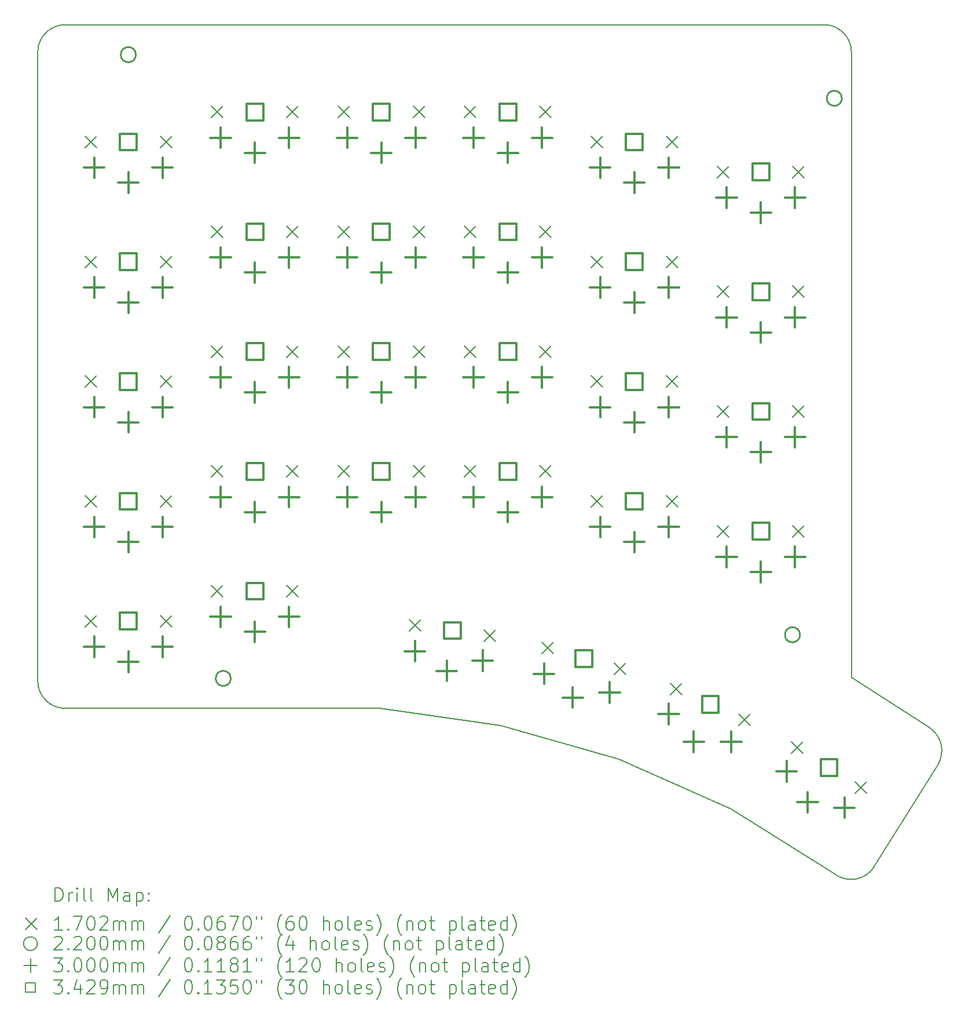
<source format=gbr>
%TF.GenerationSoftware,KiCad,Pcbnew,8.0.3*%
%TF.CreationDate,2024-06-13T00:21:15+02:00*%
%TF.ProjectId,protoeepyboard,70726f74-6f65-4657-9079-626f6172642e,1.0*%
%TF.SameCoordinates,Original*%
%TF.FileFunction,Drillmap*%
%TF.FilePolarity,Positive*%
%FSLAX45Y45*%
G04 Gerber Fmt 4.5, Leading zero omitted, Abs format (unit mm)*
G04 Created by KiCad (PCBNEW 8.0.3) date 2024-06-13 00:21:15*
%MOMM*%
%LPD*%
G01*
G04 APERTURE LIST*
%ADD10C,0.150000*%
%ADD11C,0.200000*%
%ADD12C,0.170180*%
%ADD13C,0.220000*%
%ADD14C,0.300000*%
%ADD15C,0.342900*%
G04 APERTURE END LIST*
D10*
X16175736Y-16610711D02*
X14451176Y-16116202D01*
X20838404Y-16694613D02*
X19911045Y-18178697D01*
X19577548Y-15411192D02*
X20716208Y-16146638D01*
X19359859Y-18305949D02*
X17814690Y-17340420D01*
X19577548Y-6279017D02*
X19577548Y-15411192D01*
X7677548Y-6279017D02*
G75*
G02*
X8077548Y-5879016I400001J0D01*
G01*
X7677549Y-15466517D02*
X7677548Y-6279017D01*
X8077548Y-15866516D02*
G75*
G02*
X7677548Y-15466517I0J400000D01*
G01*
X8077548Y-15866516D02*
X12674577Y-15866517D01*
X20716208Y-16146638D02*
G75*
G02*
X20838407Y-16694615I-217020J-336009D01*
G01*
X14451176Y-16116202D02*
X12674577Y-15866517D01*
X19177548Y-5879017D02*
G75*
G02*
X19577548Y-6279017I0J-400000D01*
G01*
X17814690Y-17340420D02*
X16175736Y-16610711D01*
X19911046Y-18178697D02*
G75*
G02*
X19359861Y-18305945I-339217J211971D01*
G01*
X8077548Y-5879017D02*
X19177548Y-5879017D01*
D11*
D12*
X8367458Y-11006427D02*
X8537638Y-11176607D01*
X8537638Y-11006427D02*
X8367458Y-11176607D01*
X8367458Y-14506426D02*
X8537638Y-14676606D01*
X8537638Y-14506426D02*
X8367458Y-14676606D01*
X8367458Y-12756427D02*
X8537638Y-12926607D01*
X8537638Y-12756427D02*
X8367458Y-12926607D01*
X8367458Y-7506427D02*
X8537638Y-7676607D01*
X8537638Y-7506427D02*
X8367458Y-7676607D01*
X8367459Y-9256427D02*
X8537639Y-9426607D01*
X8537639Y-9256427D02*
X8367459Y-9426607D01*
X9467458Y-11006427D02*
X9637638Y-11176607D01*
X9637638Y-11006427D02*
X9467458Y-11176607D01*
X9467458Y-14506426D02*
X9637638Y-14676606D01*
X9637638Y-14506426D02*
X9467458Y-14676606D01*
X9467458Y-12756427D02*
X9637638Y-12926607D01*
X9637638Y-12756427D02*
X9467458Y-12926607D01*
X9467458Y-7506427D02*
X9637638Y-7676607D01*
X9637638Y-7506427D02*
X9467458Y-7676607D01*
X9467459Y-9256427D02*
X9637639Y-9426607D01*
X9637639Y-9256427D02*
X9467459Y-9426607D01*
X10217458Y-7068926D02*
X10387638Y-7239106D01*
X10387638Y-7068926D02*
X10217458Y-7239106D01*
X10217458Y-10568927D02*
X10387638Y-10739107D01*
X10387638Y-10568927D02*
X10217458Y-10739107D01*
X10217458Y-14068927D02*
X10387638Y-14239107D01*
X10387638Y-14068927D02*
X10217458Y-14239107D01*
X10217458Y-8818926D02*
X10387638Y-8989106D01*
X10387638Y-8818926D02*
X10217458Y-8989106D01*
X10217458Y-12318927D02*
X10387638Y-12489107D01*
X10387638Y-12318927D02*
X10217458Y-12489107D01*
X11317458Y-7068926D02*
X11487638Y-7239106D01*
X11487638Y-7068926D02*
X11317458Y-7239106D01*
X11317458Y-10568927D02*
X11487638Y-10739107D01*
X11487638Y-10568927D02*
X11317458Y-10739107D01*
X11317458Y-14068927D02*
X11487638Y-14239107D01*
X11487638Y-14068927D02*
X11317458Y-14239107D01*
X11317458Y-8818926D02*
X11487638Y-8989106D01*
X11487638Y-8818926D02*
X11317458Y-8989106D01*
X11317458Y-12318927D02*
X11487638Y-12489107D01*
X11487638Y-12318927D02*
X11317458Y-12489107D01*
X12067458Y-8818927D02*
X12237638Y-8989107D01*
X12237638Y-8818927D02*
X12067458Y-8989107D01*
X12067458Y-12318926D02*
X12237638Y-12489106D01*
X12237638Y-12318926D02*
X12067458Y-12489106D01*
X12067458Y-7068927D02*
X12237638Y-7239107D01*
X12237638Y-7068927D02*
X12067458Y-7239107D01*
X12067458Y-10568927D02*
X12237638Y-10739107D01*
X12237638Y-10568927D02*
X12067458Y-10739107D01*
X13110585Y-14567132D02*
X13280765Y-14737312D01*
X13280765Y-14567132D02*
X13110585Y-14737312D01*
X13167458Y-8818927D02*
X13337638Y-8989107D01*
X13337638Y-8818927D02*
X13167458Y-8989107D01*
X13167458Y-12318926D02*
X13337638Y-12489106D01*
X13337638Y-12318926D02*
X13167458Y-12489106D01*
X13167458Y-7068927D02*
X13337638Y-7239107D01*
X13337638Y-7068927D02*
X13167458Y-7239107D01*
X13167458Y-10568927D02*
X13337638Y-10739107D01*
X13337638Y-10568927D02*
X13167458Y-10739107D01*
X13917458Y-8818927D02*
X14087638Y-8989107D01*
X14087638Y-8818927D02*
X13917458Y-8989107D01*
X13917458Y-10568927D02*
X14087638Y-10739107D01*
X14087638Y-10568927D02*
X13917458Y-10739107D01*
X13917458Y-12318927D02*
X14087638Y-12489107D01*
X14087638Y-12318927D02*
X13917458Y-12489107D01*
X13917458Y-7068926D02*
X14087638Y-7239106D01*
X14087638Y-7068926D02*
X13917458Y-7239106D01*
X14199880Y-14720222D02*
X14370060Y-14890402D01*
X14370060Y-14720222D02*
X14199880Y-14890402D01*
X15017458Y-8818927D02*
X15187638Y-8989107D01*
X15187638Y-8818927D02*
X15017458Y-8989107D01*
X15017458Y-10568927D02*
X15187638Y-10739107D01*
X15187638Y-10568927D02*
X15017458Y-10739107D01*
X15017458Y-12318927D02*
X15187638Y-12489107D01*
X15187638Y-12318927D02*
X15017458Y-12489107D01*
X15017458Y-7068926D02*
X15187638Y-7239106D01*
X15187638Y-7068926D02*
X15017458Y-7239106D01*
X15051110Y-14901156D02*
X15221290Y-15071336D01*
X15221290Y-14901156D02*
X15051110Y-15071336D01*
X15767458Y-11006426D02*
X15937638Y-11176606D01*
X15937638Y-11006426D02*
X15767458Y-11176606D01*
X15767458Y-9256427D02*
X15937638Y-9426607D01*
X15937638Y-9256427D02*
X15767458Y-9426607D01*
X15767458Y-7506427D02*
X15937638Y-7676607D01*
X15937638Y-7506427D02*
X15767458Y-7676607D01*
X15767458Y-12756427D02*
X15937638Y-12926607D01*
X15937638Y-12756427D02*
X15767458Y-12926607D01*
X16108498Y-15204357D02*
X16278678Y-15374537D01*
X16278678Y-15204357D02*
X16108498Y-15374537D01*
X16867458Y-11006426D02*
X17037638Y-11176606D01*
X17037638Y-11006426D02*
X16867458Y-11176606D01*
X16867458Y-9256427D02*
X17037638Y-9426607D01*
X17037638Y-9256427D02*
X16867458Y-9426607D01*
X16867458Y-7506427D02*
X17037638Y-7676607D01*
X17037638Y-7506427D02*
X16867458Y-7676607D01*
X16867458Y-12756427D02*
X17037638Y-12926607D01*
X17037638Y-12756427D02*
X16867458Y-12926607D01*
X16926262Y-15501999D02*
X17096442Y-15672179D01*
X17096442Y-15501999D02*
X16926262Y-15672179D01*
X17617458Y-7943926D02*
X17787638Y-8114106D01*
X17787638Y-7943926D02*
X17617458Y-8114106D01*
X17617458Y-9693927D02*
X17787638Y-9864107D01*
X17787638Y-9693927D02*
X17617458Y-9864107D01*
X17617458Y-11443926D02*
X17787638Y-11614106D01*
X17787638Y-11443926D02*
X17617458Y-11614106D01*
X17617458Y-13193927D02*
X17787638Y-13364107D01*
X17787638Y-13193927D02*
X17617458Y-13364107D01*
X17931162Y-15949410D02*
X18101342Y-16119590D01*
X18101342Y-15949410D02*
X17931162Y-16119590D01*
X18699545Y-16357967D02*
X18869725Y-16528147D01*
X18869725Y-16357967D02*
X18699545Y-16528147D01*
X18717458Y-7943926D02*
X18887638Y-8114106D01*
X18887638Y-7943926D02*
X18717458Y-8114106D01*
X18717458Y-9693927D02*
X18887638Y-9864107D01*
X18887638Y-9693927D02*
X18717458Y-9864107D01*
X18717458Y-11443926D02*
X18887638Y-11614106D01*
X18887638Y-11443926D02*
X18717458Y-11614106D01*
X18717458Y-13193927D02*
X18887638Y-13364107D01*
X18887638Y-13193927D02*
X18717458Y-13364107D01*
X19632397Y-16940878D02*
X19802577Y-17111058D01*
X19802577Y-16940878D02*
X19632397Y-17111058D01*
D13*
X9112548Y-6316516D02*
G75*
G02*
X8892548Y-6316516I-110000J0D01*
G01*
X8892548Y-6316516D02*
G75*
G02*
X9112548Y-6316516I110000J0D01*
G01*
X10500049Y-15429017D02*
G75*
G02*
X10280049Y-15429017I-110000J0D01*
G01*
X10280049Y-15429017D02*
G75*
G02*
X10500049Y-15429017I110000J0D01*
G01*
X18825048Y-14791517D02*
G75*
G02*
X18605048Y-14791517I-110000J0D01*
G01*
X18605048Y-14791517D02*
G75*
G02*
X18825048Y-14791517I110000J0D01*
G01*
X19437549Y-6954017D02*
G75*
G02*
X19217549Y-6954017I-110000J0D01*
G01*
X19217549Y-6954017D02*
G75*
G02*
X19437549Y-6954017I110000J0D01*
G01*
D14*
X8502548Y-11316516D02*
X8502548Y-11616516D01*
X8352548Y-11466516D02*
X8652548Y-11466516D01*
X8502548Y-14816516D02*
X8502548Y-15116516D01*
X8352548Y-14966516D02*
X8652548Y-14966516D01*
X8502548Y-13066517D02*
X8502548Y-13366517D01*
X8352548Y-13216517D02*
X8652548Y-13216517D01*
X8502548Y-7816516D02*
X8502548Y-8116516D01*
X8352548Y-7966516D02*
X8652548Y-7966516D01*
X8502549Y-9566517D02*
X8502549Y-9866517D01*
X8352549Y-9716517D02*
X8652549Y-9716517D01*
X9002548Y-11536516D02*
X9002548Y-11836516D01*
X8852548Y-11686516D02*
X9152548Y-11686516D01*
X9002548Y-11536516D02*
X9002548Y-11836516D01*
X8852548Y-11686516D02*
X9152548Y-11686516D01*
X9002548Y-15036516D02*
X9002548Y-15336516D01*
X8852548Y-15186516D02*
X9152548Y-15186516D01*
X9002548Y-15036516D02*
X9002548Y-15336516D01*
X8852548Y-15186516D02*
X9152548Y-15186516D01*
X9002548Y-13286517D02*
X9002548Y-13586517D01*
X8852548Y-13436517D02*
X9152548Y-13436517D01*
X9002548Y-13286517D02*
X9002548Y-13586517D01*
X8852548Y-13436517D02*
X9152548Y-13436517D01*
X9002548Y-8036517D02*
X9002548Y-8336517D01*
X8852548Y-8186517D02*
X9152548Y-8186517D01*
X9002548Y-8036517D02*
X9002548Y-8336517D01*
X8852548Y-8186517D02*
X9152548Y-8186517D01*
X9002549Y-9786517D02*
X9002549Y-10086517D01*
X8852549Y-9936517D02*
X9152549Y-9936517D01*
X9002549Y-9786517D02*
X9002549Y-10086517D01*
X8852549Y-9936517D02*
X9152549Y-9936517D01*
X9502548Y-11316516D02*
X9502548Y-11616516D01*
X9352548Y-11466516D02*
X9652548Y-11466516D01*
X9502548Y-14816516D02*
X9502548Y-15116516D01*
X9352548Y-14966516D02*
X9652548Y-14966516D01*
X9502548Y-13066517D02*
X9502548Y-13366517D01*
X9352548Y-13216517D02*
X9652548Y-13216517D01*
X9502548Y-7816517D02*
X9502548Y-8116517D01*
X9352548Y-7966517D02*
X9652548Y-7966517D01*
X9502549Y-9566517D02*
X9502549Y-9866517D01*
X9352549Y-9716517D02*
X9652549Y-9716517D01*
X10352548Y-7379016D02*
X10352548Y-7679016D01*
X10202548Y-7529016D02*
X10502548Y-7529016D01*
X10352548Y-10879017D02*
X10352548Y-11179017D01*
X10202548Y-11029017D02*
X10502548Y-11029017D01*
X10352548Y-14379017D02*
X10352548Y-14679017D01*
X10202548Y-14529017D02*
X10502548Y-14529017D01*
X10352548Y-9129016D02*
X10352548Y-9429016D01*
X10202548Y-9279016D02*
X10502548Y-9279016D01*
X10352548Y-12629017D02*
X10352548Y-12929017D01*
X10202548Y-12779017D02*
X10502548Y-12779017D01*
X10852548Y-7599016D02*
X10852548Y-7899016D01*
X10702548Y-7749016D02*
X11002548Y-7749016D01*
X10852548Y-7599016D02*
X10852548Y-7899016D01*
X10702548Y-7749016D02*
X11002548Y-7749016D01*
X10852548Y-11099017D02*
X10852548Y-11399017D01*
X10702548Y-11249017D02*
X11002548Y-11249017D01*
X10852548Y-11099017D02*
X10852548Y-11399017D01*
X10702548Y-11249017D02*
X11002548Y-11249017D01*
X10852548Y-14599017D02*
X10852548Y-14899017D01*
X10702548Y-14749017D02*
X11002548Y-14749017D01*
X10852548Y-14599017D02*
X10852548Y-14899017D01*
X10702548Y-14749017D02*
X11002548Y-14749017D01*
X10852548Y-9349016D02*
X10852548Y-9649016D01*
X10702548Y-9499016D02*
X11002548Y-9499016D01*
X10852548Y-9349016D02*
X10852548Y-9649016D01*
X10702548Y-9499016D02*
X11002548Y-9499016D01*
X10852548Y-12849017D02*
X10852548Y-13149017D01*
X10702548Y-12999017D02*
X11002548Y-12999017D01*
X10852548Y-12849017D02*
X10852548Y-13149017D01*
X10702548Y-12999017D02*
X11002548Y-12999017D01*
X11352548Y-7379016D02*
X11352548Y-7679016D01*
X11202548Y-7529016D02*
X11502548Y-7529016D01*
X11352548Y-10879017D02*
X11352548Y-11179017D01*
X11202548Y-11029017D02*
X11502548Y-11029017D01*
X11352548Y-14379017D02*
X11352548Y-14679017D01*
X11202548Y-14529017D02*
X11502548Y-14529017D01*
X11352548Y-9129016D02*
X11352548Y-9429016D01*
X11202548Y-9279016D02*
X11502548Y-9279016D01*
X11352548Y-12629017D02*
X11352548Y-12929017D01*
X11202548Y-12779017D02*
X11502548Y-12779017D01*
X12202548Y-9129017D02*
X12202548Y-9429017D01*
X12052548Y-9279017D02*
X12352548Y-9279017D01*
X12202548Y-12629016D02*
X12202548Y-12929016D01*
X12052548Y-12779016D02*
X12352548Y-12779016D01*
X12202548Y-7379017D02*
X12202548Y-7679017D01*
X12052548Y-7529017D02*
X12352548Y-7529017D01*
X12202548Y-10879016D02*
X12202548Y-11179016D01*
X12052548Y-11029016D02*
X12352548Y-11029016D01*
X12702548Y-9349017D02*
X12702548Y-9649017D01*
X12552548Y-9499017D02*
X12852548Y-9499017D01*
X12702548Y-9349017D02*
X12702548Y-9649017D01*
X12552548Y-9499017D02*
X12852548Y-9499017D01*
X12702548Y-12849016D02*
X12702548Y-13149016D01*
X12552548Y-12999016D02*
X12852548Y-12999016D01*
X12702548Y-12849016D02*
X12702548Y-13149016D01*
X12552548Y-12999016D02*
X12852548Y-12999016D01*
X12702548Y-7599017D02*
X12702548Y-7899017D01*
X12552548Y-7749017D02*
X12852548Y-7749017D01*
X12702548Y-7599017D02*
X12702548Y-7899017D01*
X12552548Y-7749017D02*
X12852548Y-7749017D01*
X12702548Y-11099017D02*
X12702548Y-11399016D01*
X12552548Y-11249016D02*
X12852548Y-11249016D01*
X12702548Y-11099017D02*
X12702548Y-11399016D01*
X12552548Y-11249016D02*
X12852548Y-11249016D01*
X13192999Y-14880531D02*
X13192999Y-15180531D01*
X13042999Y-15030531D02*
X13342999Y-15030531D01*
X13202548Y-9129017D02*
X13202548Y-9429017D01*
X13052548Y-9279017D02*
X13352548Y-9279017D01*
X13202548Y-12629016D02*
X13202548Y-12929016D01*
X13052548Y-12779016D02*
X13352548Y-12779016D01*
X13202548Y-7379017D02*
X13202548Y-7679017D01*
X13052548Y-7529017D02*
X13352548Y-7529017D01*
X13202548Y-10879017D02*
X13202548Y-11179017D01*
X13052548Y-11029017D02*
X13352548Y-11029017D01*
X13657515Y-15167977D02*
X13657515Y-15467977D01*
X13507515Y-15317977D02*
X13807515Y-15317977D01*
X13657515Y-15167977D02*
X13657515Y-15467977D01*
X13507515Y-15317977D02*
X13807515Y-15317977D01*
X14052548Y-9129016D02*
X14052548Y-9429016D01*
X13902548Y-9279016D02*
X14202548Y-9279016D01*
X14052548Y-10879017D02*
X14052548Y-11179017D01*
X13902548Y-11029017D02*
X14202548Y-11029017D01*
X14052548Y-12629017D02*
X14052548Y-12929017D01*
X13902548Y-12779017D02*
X14202548Y-12779017D01*
X14052548Y-7379016D02*
X14052548Y-7679016D01*
X13902548Y-7529016D02*
X14202548Y-7529016D01*
X14183267Y-15019704D02*
X14183267Y-15319704D01*
X14033267Y-15169704D02*
X14333267Y-15169704D01*
X14552548Y-9349017D02*
X14552548Y-9649017D01*
X14402548Y-9499017D02*
X14702548Y-9499017D01*
X14552548Y-9349017D02*
X14552548Y-9649017D01*
X14402548Y-9499017D02*
X14702548Y-9499017D01*
X14552548Y-11099017D02*
X14552548Y-11399017D01*
X14402548Y-11249017D02*
X14702548Y-11249017D01*
X14552548Y-11099017D02*
X14552548Y-11399017D01*
X14402548Y-11249017D02*
X14702548Y-11249017D01*
X14552548Y-12849017D02*
X14552548Y-13149017D01*
X14402548Y-12999017D02*
X14702548Y-12999017D01*
X14552548Y-12849017D02*
X14552548Y-13149017D01*
X14402548Y-12999017D02*
X14702548Y-12999017D01*
X14552548Y-7599016D02*
X14552548Y-7899016D01*
X14402548Y-7749016D02*
X14702548Y-7749016D01*
X14552548Y-7599016D02*
X14552548Y-7899016D01*
X14402548Y-7749016D02*
X14702548Y-7749016D01*
X15052548Y-9129017D02*
X15052548Y-9429017D01*
X14902548Y-9279017D02*
X15202548Y-9279017D01*
X15052548Y-10879017D02*
X15052548Y-11179017D01*
X14902548Y-11029017D02*
X15202548Y-11029017D01*
X15052548Y-12629017D02*
X15052548Y-12929017D01*
X14902548Y-12779017D02*
X15202548Y-12779017D01*
X15052548Y-7379016D02*
X15052548Y-7679016D01*
X14902548Y-7529016D02*
X15202548Y-7529016D01*
X15080899Y-15210501D02*
X15080899Y-15510501D01*
X14930899Y-15360501D02*
X15230899Y-15360501D01*
X15500890Y-15559798D02*
X15500890Y-15859798D01*
X15350890Y-15709798D02*
X15650890Y-15709798D01*
X15500890Y-15559798D02*
X15500890Y-15859798D01*
X15350890Y-15709798D02*
X15650890Y-15709798D01*
X15902548Y-11316516D02*
X15902548Y-11616516D01*
X15752548Y-11466516D02*
X16052548Y-11466516D01*
X15902548Y-9566517D02*
X15902548Y-9866517D01*
X15752548Y-9716517D02*
X16052548Y-9716517D01*
X15902548Y-7816517D02*
X15902548Y-8116517D01*
X15752548Y-7966517D02*
X16052548Y-7966517D01*
X15902548Y-13066517D02*
X15902548Y-13366517D01*
X15752548Y-13216517D02*
X16052548Y-13216517D01*
X16042161Y-15486139D02*
X16042161Y-15786139D01*
X15892161Y-15636139D02*
X16192161Y-15636139D01*
X16402548Y-11536516D02*
X16402548Y-11836516D01*
X16252548Y-11686516D02*
X16552548Y-11686516D01*
X16402548Y-11536516D02*
X16402548Y-11836516D01*
X16252548Y-11686516D02*
X16552548Y-11686516D01*
X16402548Y-9786517D02*
X16402548Y-10086517D01*
X16252548Y-9936517D02*
X16552548Y-9936517D01*
X16402548Y-9786517D02*
X16402548Y-10086517D01*
X16252548Y-9936517D02*
X16552548Y-9936517D01*
X16402548Y-8036517D02*
X16402548Y-8336517D01*
X16252548Y-8186517D02*
X16552548Y-8186517D01*
X16402548Y-8036517D02*
X16402548Y-8336517D01*
X16252548Y-8186517D02*
X16552548Y-8186517D01*
X16402548Y-13286517D02*
X16402548Y-13586517D01*
X16252548Y-13436517D02*
X16552548Y-13436517D01*
X16402548Y-13286517D02*
X16402548Y-13586517D01*
X16252548Y-13436517D02*
X16552548Y-13436517D01*
X16902548Y-11316516D02*
X16902548Y-11616516D01*
X16752548Y-11466516D02*
X17052548Y-11466516D01*
X16902548Y-9566517D02*
X16902548Y-9866517D01*
X16752548Y-9716517D02*
X17052548Y-9716517D01*
X16902548Y-7816517D02*
X16902548Y-8116517D01*
X16752548Y-7966517D02*
X17052548Y-7966517D01*
X16902548Y-13066517D02*
X16902548Y-13366517D01*
X16752548Y-13216517D02*
X17052548Y-13216517D01*
X16904503Y-15800006D02*
X16904503Y-16100006D01*
X16754503Y-15950006D02*
X17054503Y-15950006D01*
X17271794Y-16204354D02*
X17271794Y-16504354D01*
X17121794Y-16354354D02*
X17421794Y-16354354D01*
X17271794Y-16204354D02*
X17271794Y-16504354D01*
X17121794Y-16354354D02*
X17421794Y-16354354D01*
X17752548Y-8254016D02*
X17752548Y-8554016D01*
X17602548Y-8404016D02*
X17902548Y-8404016D01*
X17752548Y-10004016D02*
X17752548Y-10304016D01*
X17602548Y-10154016D02*
X17902548Y-10154016D01*
X17752548Y-11754016D02*
X17752548Y-12054016D01*
X17602548Y-11904016D02*
X17902548Y-11904016D01*
X17752548Y-13504017D02*
X17752548Y-13804017D01*
X17602548Y-13654017D02*
X17902548Y-13654017D01*
X17818049Y-16206742D02*
X17818049Y-16506742D01*
X17668049Y-16356742D02*
X17968049Y-16356742D01*
X18252548Y-8474016D02*
X18252548Y-8774016D01*
X18102548Y-8624016D02*
X18402548Y-8624016D01*
X18252548Y-8474016D02*
X18252548Y-8774016D01*
X18102548Y-8624016D02*
X18402548Y-8624016D01*
X18252548Y-10224017D02*
X18252548Y-10524017D01*
X18102548Y-10374017D02*
X18402548Y-10374017D01*
X18252548Y-10224017D02*
X18252548Y-10524017D01*
X18102548Y-10374017D02*
X18402548Y-10374017D01*
X18252548Y-11974016D02*
X18252548Y-12274016D01*
X18102548Y-12124016D02*
X18402548Y-12124016D01*
X18252548Y-11974016D02*
X18252548Y-12274016D01*
X18102548Y-12124016D02*
X18402548Y-12124016D01*
X18252548Y-13724017D02*
X18252548Y-14024017D01*
X18102548Y-13874017D02*
X18402548Y-13874017D01*
X18252548Y-13724017D02*
X18252548Y-14024017D01*
X18102548Y-13874017D02*
X18402548Y-13874017D01*
X18628317Y-16637571D02*
X18628317Y-16937571D01*
X18478317Y-16787571D02*
X18778317Y-16787571D01*
X18752548Y-8254016D02*
X18752548Y-8554016D01*
X18602548Y-8404016D02*
X18902548Y-8404016D01*
X18752548Y-10004017D02*
X18752548Y-10304017D01*
X18602548Y-10154017D02*
X18902548Y-10154017D01*
X18752548Y-11754016D02*
X18752548Y-12054016D01*
X18602548Y-11904016D02*
X18902548Y-11904016D01*
X18752548Y-13504017D02*
X18752548Y-13804017D01*
X18602548Y-13654017D02*
X18902548Y-13654017D01*
X18935759Y-17089101D02*
X18935759Y-17389101D01*
X18785759Y-17239101D02*
X19085759Y-17239101D01*
X18935759Y-17089101D02*
X18935759Y-17389101D01*
X18785759Y-17239101D02*
X19085759Y-17239101D01*
X19476365Y-17167490D02*
X19476365Y-17467490D01*
X19326365Y-17317490D02*
X19626365Y-17317490D01*
D15*
X9123782Y-11212751D02*
X9123782Y-10970282D01*
X8881313Y-10970282D01*
X8881313Y-11212751D01*
X9123782Y-11212751D01*
X9123782Y-14712751D02*
X9123782Y-14470282D01*
X8881313Y-14470282D01*
X8881313Y-14712751D01*
X9123782Y-14712751D01*
X9123783Y-12962751D02*
X9123783Y-12720282D01*
X8881313Y-12720282D01*
X8881313Y-12962751D01*
X9123783Y-12962751D01*
X9123783Y-7712751D02*
X9123783Y-7470282D01*
X8881314Y-7470282D01*
X8881314Y-7712751D01*
X9123783Y-7712751D01*
X9123783Y-9462752D02*
X9123783Y-9220282D01*
X8881314Y-9220282D01*
X8881314Y-9462752D01*
X9123783Y-9462752D01*
X10973783Y-7275250D02*
X10973783Y-7032781D01*
X10731313Y-7032781D01*
X10731313Y-7275250D01*
X10973783Y-7275250D01*
X10973783Y-10775251D02*
X10973783Y-10532782D01*
X10731313Y-10532782D01*
X10731313Y-10775251D01*
X10973783Y-10775251D01*
X10973783Y-14275252D02*
X10973783Y-14032782D01*
X10731314Y-14032782D01*
X10731314Y-14275252D01*
X10973783Y-14275252D01*
X10973783Y-9025251D02*
X10973783Y-8782782D01*
X10731314Y-8782782D01*
X10731314Y-9025251D01*
X10973783Y-9025251D01*
X10973783Y-12525251D02*
X10973783Y-12282782D01*
X10731314Y-12282782D01*
X10731314Y-12525251D01*
X10973783Y-12525251D01*
X12823782Y-9025251D02*
X12823782Y-8782782D01*
X12581313Y-8782782D01*
X12581313Y-9025251D01*
X12823782Y-9025251D01*
X12823783Y-12525251D02*
X12823783Y-12282782D01*
X12581314Y-12282782D01*
X12581314Y-12525251D01*
X12823783Y-12525251D01*
X12823783Y-7275251D02*
X12823783Y-7032782D01*
X12581314Y-7032782D01*
X12581314Y-7275251D01*
X12823783Y-7275251D01*
X12823783Y-10775251D02*
X12823783Y-10532782D01*
X12581314Y-10532782D01*
X12581314Y-10775251D01*
X12823783Y-10775251D01*
X13861557Y-14850002D02*
X13861557Y-14607533D01*
X13619088Y-14607533D01*
X13619088Y-14850002D01*
X13861557Y-14850002D01*
X14673782Y-9025251D02*
X14673782Y-8782782D01*
X14431313Y-8782782D01*
X14431313Y-9025251D01*
X14673782Y-9025251D01*
X14673783Y-10775251D02*
X14673783Y-10532782D01*
X14431313Y-10532782D01*
X14431313Y-10775251D01*
X14673783Y-10775251D01*
X14673783Y-12525251D02*
X14673783Y-12282782D01*
X14431314Y-12282782D01*
X14431314Y-12525251D01*
X14673783Y-12525251D01*
X14673783Y-7275251D02*
X14673783Y-7032781D01*
X14431314Y-7032781D01*
X14431314Y-7275251D01*
X14673783Y-7275251D01*
X15786129Y-15259081D02*
X15786129Y-15016612D01*
X15543659Y-15016612D01*
X15543659Y-15259081D01*
X15786129Y-15259081D01*
X16523783Y-11212751D02*
X16523783Y-10970282D01*
X16281313Y-10970282D01*
X16281313Y-11212751D01*
X16523783Y-11212751D01*
X16523783Y-9462752D02*
X16523783Y-9220282D01*
X16281314Y-9220282D01*
X16281314Y-9462752D01*
X16523783Y-9462752D01*
X16523783Y-7712751D02*
X16523783Y-7470282D01*
X16281314Y-7470282D01*
X16281314Y-7712751D01*
X16523783Y-7712751D01*
X16523783Y-12962751D02*
X16523783Y-12720282D01*
X16281314Y-12720282D01*
X16281314Y-12962751D01*
X16523783Y-12962751D01*
X17635037Y-15932029D02*
X17635037Y-15689560D01*
X17392568Y-15689560D01*
X17392568Y-15932029D01*
X17635037Y-15932029D01*
X18373783Y-8150251D02*
X18373783Y-7907781D01*
X18131314Y-7907781D01*
X18131314Y-8150251D01*
X18373783Y-8150251D01*
X18373783Y-9900251D02*
X18373783Y-9657782D01*
X18131314Y-9657782D01*
X18131314Y-9900251D01*
X18373783Y-9900251D01*
X18373783Y-11650251D02*
X18373783Y-11407782D01*
X18131314Y-11407782D01*
X18131314Y-11650251D01*
X18373783Y-11650251D01*
X18373783Y-13400252D02*
X18373783Y-13157782D01*
X18131314Y-13157782D01*
X18131314Y-13400252D01*
X18373783Y-13400252D01*
X19372296Y-16855747D02*
X19372296Y-16613278D01*
X19129826Y-16613278D01*
X19129826Y-16855747D01*
X19372296Y-16855747D01*
D11*
X7930824Y-18685710D02*
X7930824Y-18485710D01*
X7930824Y-18485710D02*
X7978443Y-18485710D01*
X7978443Y-18485710D02*
X8007015Y-18495234D01*
X8007015Y-18495234D02*
X8026062Y-18514282D01*
X8026062Y-18514282D02*
X8035586Y-18533329D01*
X8035586Y-18533329D02*
X8045110Y-18571424D01*
X8045110Y-18571424D02*
X8045110Y-18599996D01*
X8045110Y-18599996D02*
X8035586Y-18638091D01*
X8035586Y-18638091D02*
X8026062Y-18657139D01*
X8026062Y-18657139D02*
X8007015Y-18676186D01*
X8007015Y-18676186D02*
X7978443Y-18685710D01*
X7978443Y-18685710D02*
X7930824Y-18685710D01*
X8130824Y-18685710D02*
X8130824Y-18552377D01*
X8130824Y-18590472D02*
X8140348Y-18571424D01*
X8140348Y-18571424D02*
X8149872Y-18561901D01*
X8149872Y-18561901D02*
X8168920Y-18552377D01*
X8168920Y-18552377D02*
X8187967Y-18552377D01*
X8254634Y-18685710D02*
X8254634Y-18552377D01*
X8254634Y-18485710D02*
X8245110Y-18495234D01*
X8245110Y-18495234D02*
X8254634Y-18504758D01*
X8254634Y-18504758D02*
X8264158Y-18495234D01*
X8264158Y-18495234D02*
X8254634Y-18485710D01*
X8254634Y-18485710D02*
X8254634Y-18504758D01*
X8378443Y-18685710D02*
X8359396Y-18676186D01*
X8359396Y-18676186D02*
X8349872Y-18657139D01*
X8349872Y-18657139D02*
X8349872Y-18485710D01*
X8483205Y-18685710D02*
X8464158Y-18676186D01*
X8464158Y-18676186D02*
X8454634Y-18657139D01*
X8454634Y-18657139D02*
X8454634Y-18485710D01*
X8711777Y-18685710D02*
X8711777Y-18485710D01*
X8711777Y-18485710D02*
X8778444Y-18628567D01*
X8778444Y-18628567D02*
X8845110Y-18485710D01*
X8845110Y-18485710D02*
X8845110Y-18685710D01*
X9026063Y-18685710D02*
X9026063Y-18580948D01*
X9026063Y-18580948D02*
X9016539Y-18561901D01*
X9016539Y-18561901D02*
X8997491Y-18552377D01*
X8997491Y-18552377D02*
X8959396Y-18552377D01*
X8959396Y-18552377D02*
X8940348Y-18561901D01*
X9026063Y-18676186D02*
X9007015Y-18685710D01*
X9007015Y-18685710D02*
X8959396Y-18685710D01*
X8959396Y-18685710D02*
X8940348Y-18676186D01*
X8940348Y-18676186D02*
X8930824Y-18657139D01*
X8930824Y-18657139D02*
X8930824Y-18638091D01*
X8930824Y-18638091D02*
X8940348Y-18619043D01*
X8940348Y-18619043D02*
X8959396Y-18609520D01*
X8959396Y-18609520D02*
X9007015Y-18609520D01*
X9007015Y-18609520D02*
X9026063Y-18599996D01*
X9121301Y-18552377D02*
X9121301Y-18752377D01*
X9121301Y-18561901D02*
X9140348Y-18552377D01*
X9140348Y-18552377D02*
X9178444Y-18552377D01*
X9178444Y-18552377D02*
X9197491Y-18561901D01*
X9197491Y-18561901D02*
X9207015Y-18571424D01*
X9207015Y-18571424D02*
X9216539Y-18590472D01*
X9216539Y-18590472D02*
X9216539Y-18647615D01*
X9216539Y-18647615D02*
X9207015Y-18666662D01*
X9207015Y-18666662D02*
X9197491Y-18676186D01*
X9197491Y-18676186D02*
X9178444Y-18685710D01*
X9178444Y-18685710D02*
X9140348Y-18685710D01*
X9140348Y-18685710D02*
X9121301Y-18676186D01*
X9302253Y-18666662D02*
X9311777Y-18676186D01*
X9311777Y-18676186D02*
X9302253Y-18685710D01*
X9302253Y-18685710D02*
X9292729Y-18676186D01*
X9292729Y-18676186D02*
X9302253Y-18666662D01*
X9302253Y-18666662D02*
X9302253Y-18685710D01*
X9302253Y-18561901D02*
X9311777Y-18571424D01*
X9311777Y-18571424D02*
X9302253Y-18580948D01*
X9302253Y-18580948D02*
X9292729Y-18571424D01*
X9292729Y-18571424D02*
X9302253Y-18561901D01*
X9302253Y-18561901D02*
X9302253Y-18580948D01*
D12*
X7499868Y-18929136D02*
X7670048Y-19099316D01*
X7670048Y-18929136D02*
X7499868Y-19099316D01*
D11*
X8035586Y-19105710D02*
X7921301Y-19105710D01*
X7978443Y-19105710D02*
X7978443Y-18905710D01*
X7978443Y-18905710D02*
X7959396Y-18934282D01*
X7959396Y-18934282D02*
X7940348Y-18953329D01*
X7940348Y-18953329D02*
X7921301Y-18962853D01*
X8121301Y-19086662D02*
X8130824Y-19096186D01*
X8130824Y-19096186D02*
X8121301Y-19105710D01*
X8121301Y-19105710D02*
X8111777Y-19096186D01*
X8111777Y-19096186D02*
X8121301Y-19086662D01*
X8121301Y-19086662D02*
X8121301Y-19105710D01*
X8197491Y-18905710D02*
X8330824Y-18905710D01*
X8330824Y-18905710D02*
X8245110Y-19105710D01*
X8445110Y-18905710D02*
X8464158Y-18905710D01*
X8464158Y-18905710D02*
X8483205Y-18915234D01*
X8483205Y-18915234D02*
X8492729Y-18924758D01*
X8492729Y-18924758D02*
X8502253Y-18943805D01*
X8502253Y-18943805D02*
X8511777Y-18981901D01*
X8511777Y-18981901D02*
X8511777Y-19029520D01*
X8511777Y-19029520D02*
X8502253Y-19067615D01*
X8502253Y-19067615D02*
X8492729Y-19086662D01*
X8492729Y-19086662D02*
X8483205Y-19096186D01*
X8483205Y-19096186D02*
X8464158Y-19105710D01*
X8464158Y-19105710D02*
X8445110Y-19105710D01*
X8445110Y-19105710D02*
X8426063Y-19096186D01*
X8426063Y-19096186D02*
X8416539Y-19086662D01*
X8416539Y-19086662D02*
X8407015Y-19067615D01*
X8407015Y-19067615D02*
X8397491Y-19029520D01*
X8397491Y-19029520D02*
X8397491Y-18981901D01*
X8397491Y-18981901D02*
X8407015Y-18943805D01*
X8407015Y-18943805D02*
X8416539Y-18924758D01*
X8416539Y-18924758D02*
X8426063Y-18915234D01*
X8426063Y-18915234D02*
X8445110Y-18905710D01*
X8587967Y-18924758D02*
X8597491Y-18915234D01*
X8597491Y-18915234D02*
X8616539Y-18905710D01*
X8616539Y-18905710D02*
X8664158Y-18905710D01*
X8664158Y-18905710D02*
X8683205Y-18915234D01*
X8683205Y-18915234D02*
X8692729Y-18924758D01*
X8692729Y-18924758D02*
X8702253Y-18943805D01*
X8702253Y-18943805D02*
X8702253Y-18962853D01*
X8702253Y-18962853D02*
X8692729Y-18991424D01*
X8692729Y-18991424D02*
X8578444Y-19105710D01*
X8578444Y-19105710D02*
X8702253Y-19105710D01*
X8787967Y-19105710D02*
X8787967Y-18972377D01*
X8787967Y-18991424D02*
X8797491Y-18981901D01*
X8797491Y-18981901D02*
X8816539Y-18972377D01*
X8816539Y-18972377D02*
X8845110Y-18972377D01*
X8845110Y-18972377D02*
X8864158Y-18981901D01*
X8864158Y-18981901D02*
X8873682Y-19000948D01*
X8873682Y-19000948D02*
X8873682Y-19105710D01*
X8873682Y-19000948D02*
X8883205Y-18981901D01*
X8883205Y-18981901D02*
X8902253Y-18972377D01*
X8902253Y-18972377D02*
X8930824Y-18972377D01*
X8930824Y-18972377D02*
X8949872Y-18981901D01*
X8949872Y-18981901D02*
X8959396Y-19000948D01*
X8959396Y-19000948D02*
X8959396Y-19105710D01*
X9054634Y-19105710D02*
X9054634Y-18972377D01*
X9054634Y-18991424D02*
X9064158Y-18981901D01*
X9064158Y-18981901D02*
X9083205Y-18972377D01*
X9083205Y-18972377D02*
X9111777Y-18972377D01*
X9111777Y-18972377D02*
X9130825Y-18981901D01*
X9130825Y-18981901D02*
X9140348Y-19000948D01*
X9140348Y-19000948D02*
X9140348Y-19105710D01*
X9140348Y-19000948D02*
X9149872Y-18981901D01*
X9149872Y-18981901D02*
X9168920Y-18972377D01*
X9168920Y-18972377D02*
X9197491Y-18972377D01*
X9197491Y-18972377D02*
X9216539Y-18981901D01*
X9216539Y-18981901D02*
X9226063Y-19000948D01*
X9226063Y-19000948D02*
X9226063Y-19105710D01*
X9616539Y-18896186D02*
X9445110Y-19153329D01*
X9873682Y-18905710D02*
X9892729Y-18905710D01*
X9892729Y-18905710D02*
X9911777Y-18915234D01*
X9911777Y-18915234D02*
X9921301Y-18924758D01*
X9921301Y-18924758D02*
X9930825Y-18943805D01*
X9930825Y-18943805D02*
X9940348Y-18981901D01*
X9940348Y-18981901D02*
X9940348Y-19029520D01*
X9940348Y-19029520D02*
X9930825Y-19067615D01*
X9930825Y-19067615D02*
X9921301Y-19086662D01*
X9921301Y-19086662D02*
X9911777Y-19096186D01*
X9911777Y-19096186D02*
X9892729Y-19105710D01*
X9892729Y-19105710D02*
X9873682Y-19105710D01*
X9873682Y-19105710D02*
X9854634Y-19096186D01*
X9854634Y-19096186D02*
X9845110Y-19086662D01*
X9845110Y-19086662D02*
X9835587Y-19067615D01*
X9835587Y-19067615D02*
X9826063Y-19029520D01*
X9826063Y-19029520D02*
X9826063Y-18981901D01*
X9826063Y-18981901D02*
X9835587Y-18943805D01*
X9835587Y-18943805D02*
X9845110Y-18924758D01*
X9845110Y-18924758D02*
X9854634Y-18915234D01*
X9854634Y-18915234D02*
X9873682Y-18905710D01*
X10026063Y-19086662D02*
X10035587Y-19096186D01*
X10035587Y-19096186D02*
X10026063Y-19105710D01*
X10026063Y-19105710D02*
X10016539Y-19096186D01*
X10016539Y-19096186D02*
X10026063Y-19086662D01*
X10026063Y-19086662D02*
X10026063Y-19105710D01*
X10159396Y-18905710D02*
X10178444Y-18905710D01*
X10178444Y-18905710D02*
X10197491Y-18915234D01*
X10197491Y-18915234D02*
X10207015Y-18924758D01*
X10207015Y-18924758D02*
X10216539Y-18943805D01*
X10216539Y-18943805D02*
X10226063Y-18981901D01*
X10226063Y-18981901D02*
X10226063Y-19029520D01*
X10226063Y-19029520D02*
X10216539Y-19067615D01*
X10216539Y-19067615D02*
X10207015Y-19086662D01*
X10207015Y-19086662D02*
X10197491Y-19096186D01*
X10197491Y-19096186D02*
X10178444Y-19105710D01*
X10178444Y-19105710D02*
X10159396Y-19105710D01*
X10159396Y-19105710D02*
X10140348Y-19096186D01*
X10140348Y-19096186D02*
X10130825Y-19086662D01*
X10130825Y-19086662D02*
X10121301Y-19067615D01*
X10121301Y-19067615D02*
X10111777Y-19029520D01*
X10111777Y-19029520D02*
X10111777Y-18981901D01*
X10111777Y-18981901D02*
X10121301Y-18943805D01*
X10121301Y-18943805D02*
X10130825Y-18924758D01*
X10130825Y-18924758D02*
X10140348Y-18915234D01*
X10140348Y-18915234D02*
X10159396Y-18905710D01*
X10397491Y-18905710D02*
X10359396Y-18905710D01*
X10359396Y-18905710D02*
X10340348Y-18915234D01*
X10340348Y-18915234D02*
X10330825Y-18924758D01*
X10330825Y-18924758D02*
X10311777Y-18953329D01*
X10311777Y-18953329D02*
X10302253Y-18991424D01*
X10302253Y-18991424D02*
X10302253Y-19067615D01*
X10302253Y-19067615D02*
X10311777Y-19086662D01*
X10311777Y-19086662D02*
X10321301Y-19096186D01*
X10321301Y-19096186D02*
X10340348Y-19105710D01*
X10340348Y-19105710D02*
X10378444Y-19105710D01*
X10378444Y-19105710D02*
X10397491Y-19096186D01*
X10397491Y-19096186D02*
X10407015Y-19086662D01*
X10407015Y-19086662D02*
X10416539Y-19067615D01*
X10416539Y-19067615D02*
X10416539Y-19019996D01*
X10416539Y-19019996D02*
X10407015Y-19000948D01*
X10407015Y-19000948D02*
X10397491Y-18991424D01*
X10397491Y-18991424D02*
X10378444Y-18981901D01*
X10378444Y-18981901D02*
X10340348Y-18981901D01*
X10340348Y-18981901D02*
X10321301Y-18991424D01*
X10321301Y-18991424D02*
X10311777Y-19000948D01*
X10311777Y-19000948D02*
X10302253Y-19019996D01*
X10483206Y-18905710D02*
X10616539Y-18905710D01*
X10616539Y-18905710D02*
X10530825Y-19105710D01*
X10730825Y-18905710D02*
X10749872Y-18905710D01*
X10749872Y-18905710D02*
X10768920Y-18915234D01*
X10768920Y-18915234D02*
X10778444Y-18924758D01*
X10778444Y-18924758D02*
X10787968Y-18943805D01*
X10787968Y-18943805D02*
X10797491Y-18981901D01*
X10797491Y-18981901D02*
X10797491Y-19029520D01*
X10797491Y-19029520D02*
X10787968Y-19067615D01*
X10787968Y-19067615D02*
X10778444Y-19086662D01*
X10778444Y-19086662D02*
X10768920Y-19096186D01*
X10768920Y-19096186D02*
X10749872Y-19105710D01*
X10749872Y-19105710D02*
X10730825Y-19105710D01*
X10730825Y-19105710D02*
X10711777Y-19096186D01*
X10711777Y-19096186D02*
X10702253Y-19086662D01*
X10702253Y-19086662D02*
X10692729Y-19067615D01*
X10692729Y-19067615D02*
X10683206Y-19029520D01*
X10683206Y-19029520D02*
X10683206Y-18981901D01*
X10683206Y-18981901D02*
X10692729Y-18943805D01*
X10692729Y-18943805D02*
X10702253Y-18924758D01*
X10702253Y-18924758D02*
X10711777Y-18915234D01*
X10711777Y-18915234D02*
X10730825Y-18905710D01*
X10873682Y-18905710D02*
X10873682Y-18943805D01*
X10949872Y-18905710D02*
X10949872Y-18943805D01*
X11245110Y-19181901D02*
X11235587Y-19172377D01*
X11235587Y-19172377D02*
X11216539Y-19143805D01*
X11216539Y-19143805D02*
X11207015Y-19124758D01*
X11207015Y-19124758D02*
X11197491Y-19096186D01*
X11197491Y-19096186D02*
X11187968Y-19048567D01*
X11187968Y-19048567D02*
X11187968Y-19010472D01*
X11187968Y-19010472D02*
X11197491Y-18962853D01*
X11197491Y-18962853D02*
X11207015Y-18934282D01*
X11207015Y-18934282D02*
X11216539Y-18915234D01*
X11216539Y-18915234D02*
X11235587Y-18886662D01*
X11235587Y-18886662D02*
X11245110Y-18877139D01*
X11407015Y-18905710D02*
X11368920Y-18905710D01*
X11368920Y-18905710D02*
X11349872Y-18915234D01*
X11349872Y-18915234D02*
X11340348Y-18924758D01*
X11340348Y-18924758D02*
X11321301Y-18953329D01*
X11321301Y-18953329D02*
X11311777Y-18991424D01*
X11311777Y-18991424D02*
X11311777Y-19067615D01*
X11311777Y-19067615D02*
X11321301Y-19086662D01*
X11321301Y-19086662D02*
X11330825Y-19096186D01*
X11330825Y-19096186D02*
X11349872Y-19105710D01*
X11349872Y-19105710D02*
X11387968Y-19105710D01*
X11387968Y-19105710D02*
X11407015Y-19096186D01*
X11407015Y-19096186D02*
X11416539Y-19086662D01*
X11416539Y-19086662D02*
X11426063Y-19067615D01*
X11426063Y-19067615D02*
X11426063Y-19019996D01*
X11426063Y-19019996D02*
X11416539Y-19000948D01*
X11416539Y-19000948D02*
X11407015Y-18991424D01*
X11407015Y-18991424D02*
X11387968Y-18981901D01*
X11387968Y-18981901D02*
X11349872Y-18981901D01*
X11349872Y-18981901D02*
X11330825Y-18991424D01*
X11330825Y-18991424D02*
X11321301Y-19000948D01*
X11321301Y-19000948D02*
X11311777Y-19019996D01*
X11549872Y-18905710D02*
X11568920Y-18905710D01*
X11568920Y-18905710D02*
X11587968Y-18915234D01*
X11587968Y-18915234D02*
X11597491Y-18924758D01*
X11597491Y-18924758D02*
X11607015Y-18943805D01*
X11607015Y-18943805D02*
X11616539Y-18981901D01*
X11616539Y-18981901D02*
X11616539Y-19029520D01*
X11616539Y-19029520D02*
X11607015Y-19067615D01*
X11607015Y-19067615D02*
X11597491Y-19086662D01*
X11597491Y-19086662D02*
X11587968Y-19096186D01*
X11587968Y-19096186D02*
X11568920Y-19105710D01*
X11568920Y-19105710D02*
X11549872Y-19105710D01*
X11549872Y-19105710D02*
X11530825Y-19096186D01*
X11530825Y-19096186D02*
X11521301Y-19086662D01*
X11521301Y-19086662D02*
X11511777Y-19067615D01*
X11511777Y-19067615D02*
X11502253Y-19029520D01*
X11502253Y-19029520D02*
X11502253Y-18981901D01*
X11502253Y-18981901D02*
X11511777Y-18943805D01*
X11511777Y-18943805D02*
X11521301Y-18924758D01*
X11521301Y-18924758D02*
X11530825Y-18915234D01*
X11530825Y-18915234D02*
X11549872Y-18905710D01*
X11854634Y-19105710D02*
X11854634Y-18905710D01*
X11940349Y-19105710D02*
X11940349Y-19000948D01*
X11940349Y-19000948D02*
X11930825Y-18981901D01*
X11930825Y-18981901D02*
X11911777Y-18972377D01*
X11911777Y-18972377D02*
X11883206Y-18972377D01*
X11883206Y-18972377D02*
X11864158Y-18981901D01*
X11864158Y-18981901D02*
X11854634Y-18991424D01*
X12064158Y-19105710D02*
X12045110Y-19096186D01*
X12045110Y-19096186D02*
X12035587Y-19086662D01*
X12035587Y-19086662D02*
X12026063Y-19067615D01*
X12026063Y-19067615D02*
X12026063Y-19010472D01*
X12026063Y-19010472D02*
X12035587Y-18991424D01*
X12035587Y-18991424D02*
X12045110Y-18981901D01*
X12045110Y-18981901D02*
X12064158Y-18972377D01*
X12064158Y-18972377D02*
X12092730Y-18972377D01*
X12092730Y-18972377D02*
X12111777Y-18981901D01*
X12111777Y-18981901D02*
X12121301Y-18991424D01*
X12121301Y-18991424D02*
X12130825Y-19010472D01*
X12130825Y-19010472D02*
X12130825Y-19067615D01*
X12130825Y-19067615D02*
X12121301Y-19086662D01*
X12121301Y-19086662D02*
X12111777Y-19096186D01*
X12111777Y-19096186D02*
X12092730Y-19105710D01*
X12092730Y-19105710D02*
X12064158Y-19105710D01*
X12245110Y-19105710D02*
X12226063Y-19096186D01*
X12226063Y-19096186D02*
X12216539Y-19077139D01*
X12216539Y-19077139D02*
X12216539Y-18905710D01*
X12397491Y-19096186D02*
X12378444Y-19105710D01*
X12378444Y-19105710D02*
X12340349Y-19105710D01*
X12340349Y-19105710D02*
X12321301Y-19096186D01*
X12321301Y-19096186D02*
X12311777Y-19077139D01*
X12311777Y-19077139D02*
X12311777Y-19000948D01*
X12311777Y-19000948D02*
X12321301Y-18981901D01*
X12321301Y-18981901D02*
X12340349Y-18972377D01*
X12340349Y-18972377D02*
X12378444Y-18972377D01*
X12378444Y-18972377D02*
X12397491Y-18981901D01*
X12397491Y-18981901D02*
X12407015Y-19000948D01*
X12407015Y-19000948D02*
X12407015Y-19019996D01*
X12407015Y-19019996D02*
X12311777Y-19039043D01*
X12483206Y-19096186D02*
X12502253Y-19105710D01*
X12502253Y-19105710D02*
X12540349Y-19105710D01*
X12540349Y-19105710D02*
X12559396Y-19096186D01*
X12559396Y-19096186D02*
X12568920Y-19077139D01*
X12568920Y-19077139D02*
X12568920Y-19067615D01*
X12568920Y-19067615D02*
X12559396Y-19048567D01*
X12559396Y-19048567D02*
X12540349Y-19039043D01*
X12540349Y-19039043D02*
X12511777Y-19039043D01*
X12511777Y-19039043D02*
X12492730Y-19029520D01*
X12492730Y-19029520D02*
X12483206Y-19010472D01*
X12483206Y-19010472D02*
X12483206Y-19000948D01*
X12483206Y-19000948D02*
X12492730Y-18981901D01*
X12492730Y-18981901D02*
X12511777Y-18972377D01*
X12511777Y-18972377D02*
X12540349Y-18972377D01*
X12540349Y-18972377D02*
X12559396Y-18981901D01*
X12635587Y-19181901D02*
X12645111Y-19172377D01*
X12645111Y-19172377D02*
X12664158Y-19143805D01*
X12664158Y-19143805D02*
X12673682Y-19124758D01*
X12673682Y-19124758D02*
X12683206Y-19096186D01*
X12683206Y-19096186D02*
X12692730Y-19048567D01*
X12692730Y-19048567D02*
X12692730Y-19010472D01*
X12692730Y-19010472D02*
X12683206Y-18962853D01*
X12683206Y-18962853D02*
X12673682Y-18934282D01*
X12673682Y-18934282D02*
X12664158Y-18915234D01*
X12664158Y-18915234D02*
X12645111Y-18886662D01*
X12645111Y-18886662D02*
X12635587Y-18877139D01*
X12997492Y-19181901D02*
X12987968Y-19172377D01*
X12987968Y-19172377D02*
X12968920Y-19143805D01*
X12968920Y-19143805D02*
X12959396Y-19124758D01*
X12959396Y-19124758D02*
X12949872Y-19096186D01*
X12949872Y-19096186D02*
X12940349Y-19048567D01*
X12940349Y-19048567D02*
X12940349Y-19010472D01*
X12940349Y-19010472D02*
X12949872Y-18962853D01*
X12949872Y-18962853D02*
X12959396Y-18934282D01*
X12959396Y-18934282D02*
X12968920Y-18915234D01*
X12968920Y-18915234D02*
X12987968Y-18886662D01*
X12987968Y-18886662D02*
X12997492Y-18877139D01*
X13073682Y-18972377D02*
X13073682Y-19105710D01*
X13073682Y-18991424D02*
X13083206Y-18981901D01*
X13083206Y-18981901D02*
X13102253Y-18972377D01*
X13102253Y-18972377D02*
X13130825Y-18972377D01*
X13130825Y-18972377D02*
X13149872Y-18981901D01*
X13149872Y-18981901D02*
X13159396Y-19000948D01*
X13159396Y-19000948D02*
X13159396Y-19105710D01*
X13283206Y-19105710D02*
X13264158Y-19096186D01*
X13264158Y-19096186D02*
X13254634Y-19086662D01*
X13254634Y-19086662D02*
X13245111Y-19067615D01*
X13245111Y-19067615D02*
X13245111Y-19010472D01*
X13245111Y-19010472D02*
X13254634Y-18991424D01*
X13254634Y-18991424D02*
X13264158Y-18981901D01*
X13264158Y-18981901D02*
X13283206Y-18972377D01*
X13283206Y-18972377D02*
X13311777Y-18972377D01*
X13311777Y-18972377D02*
X13330825Y-18981901D01*
X13330825Y-18981901D02*
X13340349Y-18991424D01*
X13340349Y-18991424D02*
X13349872Y-19010472D01*
X13349872Y-19010472D02*
X13349872Y-19067615D01*
X13349872Y-19067615D02*
X13340349Y-19086662D01*
X13340349Y-19086662D02*
X13330825Y-19096186D01*
X13330825Y-19096186D02*
X13311777Y-19105710D01*
X13311777Y-19105710D02*
X13283206Y-19105710D01*
X13407015Y-18972377D02*
X13483206Y-18972377D01*
X13435587Y-18905710D02*
X13435587Y-19077139D01*
X13435587Y-19077139D02*
X13445111Y-19096186D01*
X13445111Y-19096186D02*
X13464158Y-19105710D01*
X13464158Y-19105710D02*
X13483206Y-19105710D01*
X13702253Y-18972377D02*
X13702253Y-19172377D01*
X13702253Y-18981901D02*
X13721301Y-18972377D01*
X13721301Y-18972377D02*
X13759396Y-18972377D01*
X13759396Y-18972377D02*
X13778444Y-18981901D01*
X13778444Y-18981901D02*
X13787968Y-18991424D01*
X13787968Y-18991424D02*
X13797492Y-19010472D01*
X13797492Y-19010472D02*
X13797492Y-19067615D01*
X13797492Y-19067615D02*
X13787968Y-19086662D01*
X13787968Y-19086662D02*
X13778444Y-19096186D01*
X13778444Y-19096186D02*
X13759396Y-19105710D01*
X13759396Y-19105710D02*
X13721301Y-19105710D01*
X13721301Y-19105710D02*
X13702253Y-19096186D01*
X13911777Y-19105710D02*
X13892730Y-19096186D01*
X13892730Y-19096186D02*
X13883206Y-19077139D01*
X13883206Y-19077139D02*
X13883206Y-18905710D01*
X14073682Y-19105710D02*
X14073682Y-19000948D01*
X14073682Y-19000948D02*
X14064158Y-18981901D01*
X14064158Y-18981901D02*
X14045111Y-18972377D01*
X14045111Y-18972377D02*
X14007015Y-18972377D01*
X14007015Y-18972377D02*
X13987968Y-18981901D01*
X14073682Y-19096186D02*
X14054634Y-19105710D01*
X14054634Y-19105710D02*
X14007015Y-19105710D01*
X14007015Y-19105710D02*
X13987968Y-19096186D01*
X13987968Y-19096186D02*
X13978444Y-19077139D01*
X13978444Y-19077139D02*
X13978444Y-19058091D01*
X13978444Y-19058091D02*
X13987968Y-19039043D01*
X13987968Y-19039043D02*
X14007015Y-19029520D01*
X14007015Y-19029520D02*
X14054634Y-19029520D01*
X14054634Y-19029520D02*
X14073682Y-19019996D01*
X14140349Y-18972377D02*
X14216539Y-18972377D01*
X14168920Y-18905710D02*
X14168920Y-19077139D01*
X14168920Y-19077139D02*
X14178444Y-19096186D01*
X14178444Y-19096186D02*
X14197492Y-19105710D01*
X14197492Y-19105710D02*
X14216539Y-19105710D01*
X14359396Y-19096186D02*
X14340349Y-19105710D01*
X14340349Y-19105710D02*
X14302253Y-19105710D01*
X14302253Y-19105710D02*
X14283206Y-19096186D01*
X14283206Y-19096186D02*
X14273682Y-19077139D01*
X14273682Y-19077139D02*
X14273682Y-19000948D01*
X14273682Y-19000948D02*
X14283206Y-18981901D01*
X14283206Y-18981901D02*
X14302253Y-18972377D01*
X14302253Y-18972377D02*
X14340349Y-18972377D01*
X14340349Y-18972377D02*
X14359396Y-18981901D01*
X14359396Y-18981901D02*
X14368920Y-19000948D01*
X14368920Y-19000948D02*
X14368920Y-19019996D01*
X14368920Y-19019996D02*
X14273682Y-19039043D01*
X14540349Y-19105710D02*
X14540349Y-18905710D01*
X14540349Y-19096186D02*
X14521301Y-19105710D01*
X14521301Y-19105710D02*
X14483206Y-19105710D01*
X14483206Y-19105710D02*
X14464158Y-19096186D01*
X14464158Y-19096186D02*
X14454634Y-19086662D01*
X14454634Y-19086662D02*
X14445111Y-19067615D01*
X14445111Y-19067615D02*
X14445111Y-19010472D01*
X14445111Y-19010472D02*
X14454634Y-18991424D01*
X14454634Y-18991424D02*
X14464158Y-18981901D01*
X14464158Y-18981901D02*
X14483206Y-18972377D01*
X14483206Y-18972377D02*
X14521301Y-18972377D01*
X14521301Y-18972377D02*
X14540349Y-18981901D01*
X14616539Y-19181901D02*
X14626063Y-19172377D01*
X14626063Y-19172377D02*
X14645111Y-19143805D01*
X14645111Y-19143805D02*
X14654634Y-19124758D01*
X14654634Y-19124758D02*
X14664158Y-19096186D01*
X14664158Y-19096186D02*
X14673682Y-19048567D01*
X14673682Y-19048567D02*
X14673682Y-19010472D01*
X14673682Y-19010472D02*
X14664158Y-18962853D01*
X14664158Y-18962853D02*
X14654634Y-18934282D01*
X14654634Y-18934282D02*
X14645111Y-18915234D01*
X14645111Y-18915234D02*
X14626063Y-18886662D01*
X14626063Y-18886662D02*
X14616539Y-18877139D01*
X7670048Y-19304406D02*
G75*
G02*
X7470048Y-19304406I-100000J0D01*
G01*
X7470048Y-19304406D02*
G75*
G02*
X7670048Y-19304406I100000J0D01*
G01*
X7921301Y-19214938D02*
X7930824Y-19205414D01*
X7930824Y-19205414D02*
X7949872Y-19195890D01*
X7949872Y-19195890D02*
X7997491Y-19195890D01*
X7997491Y-19195890D02*
X8016539Y-19205414D01*
X8016539Y-19205414D02*
X8026062Y-19214938D01*
X8026062Y-19214938D02*
X8035586Y-19233985D01*
X8035586Y-19233985D02*
X8035586Y-19253033D01*
X8035586Y-19253033D02*
X8026062Y-19281604D01*
X8026062Y-19281604D02*
X7911777Y-19395890D01*
X7911777Y-19395890D02*
X8035586Y-19395890D01*
X8121301Y-19376842D02*
X8130824Y-19386366D01*
X8130824Y-19386366D02*
X8121301Y-19395890D01*
X8121301Y-19395890D02*
X8111777Y-19386366D01*
X8111777Y-19386366D02*
X8121301Y-19376842D01*
X8121301Y-19376842D02*
X8121301Y-19395890D01*
X8207015Y-19214938D02*
X8216539Y-19205414D01*
X8216539Y-19205414D02*
X8235586Y-19195890D01*
X8235586Y-19195890D02*
X8283205Y-19195890D01*
X8283205Y-19195890D02*
X8302253Y-19205414D01*
X8302253Y-19205414D02*
X8311777Y-19214938D01*
X8311777Y-19214938D02*
X8321301Y-19233985D01*
X8321301Y-19233985D02*
X8321301Y-19253033D01*
X8321301Y-19253033D02*
X8311777Y-19281604D01*
X8311777Y-19281604D02*
X8197491Y-19395890D01*
X8197491Y-19395890D02*
X8321301Y-19395890D01*
X8445110Y-19195890D02*
X8464158Y-19195890D01*
X8464158Y-19195890D02*
X8483205Y-19205414D01*
X8483205Y-19205414D02*
X8492729Y-19214938D01*
X8492729Y-19214938D02*
X8502253Y-19233985D01*
X8502253Y-19233985D02*
X8511777Y-19272081D01*
X8511777Y-19272081D02*
X8511777Y-19319700D01*
X8511777Y-19319700D02*
X8502253Y-19357795D01*
X8502253Y-19357795D02*
X8492729Y-19376842D01*
X8492729Y-19376842D02*
X8483205Y-19386366D01*
X8483205Y-19386366D02*
X8464158Y-19395890D01*
X8464158Y-19395890D02*
X8445110Y-19395890D01*
X8445110Y-19395890D02*
X8426063Y-19386366D01*
X8426063Y-19386366D02*
X8416539Y-19376842D01*
X8416539Y-19376842D02*
X8407015Y-19357795D01*
X8407015Y-19357795D02*
X8397491Y-19319700D01*
X8397491Y-19319700D02*
X8397491Y-19272081D01*
X8397491Y-19272081D02*
X8407015Y-19233985D01*
X8407015Y-19233985D02*
X8416539Y-19214938D01*
X8416539Y-19214938D02*
X8426063Y-19205414D01*
X8426063Y-19205414D02*
X8445110Y-19195890D01*
X8635586Y-19195890D02*
X8654634Y-19195890D01*
X8654634Y-19195890D02*
X8673682Y-19205414D01*
X8673682Y-19205414D02*
X8683205Y-19214938D01*
X8683205Y-19214938D02*
X8692729Y-19233985D01*
X8692729Y-19233985D02*
X8702253Y-19272081D01*
X8702253Y-19272081D02*
X8702253Y-19319700D01*
X8702253Y-19319700D02*
X8692729Y-19357795D01*
X8692729Y-19357795D02*
X8683205Y-19376842D01*
X8683205Y-19376842D02*
X8673682Y-19386366D01*
X8673682Y-19386366D02*
X8654634Y-19395890D01*
X8654634Y-19395890D02*
X8635586Y-19395890D01*
X8635586Y-19395890D02*
X8616539Y-19386366D01*
X8616539Y-19386366D02*
X8607015Y-19376842D01*
X8607015Y-19376842D02*
X8597491Y-19357795D01*
X8597491Y-19357795D02*
X8587967Y-19319700D01*
X8587967Y-19319700D02*
X8587967Y-19272081D01*
X8587967Y-19272081D02*
X8597491Y-19233985D01*
X8597491Y-19233985D02*
X8607015Y-19214938D01*
X8607015Y-19214938D02*
X8616539Y-19205414D01*
X8616539Y-19205414D02*
X8635586Y-19195890D01*
X8787967Y-19395890D02*
X8787967Y-19262557D01*
X8787967Y-19281604D02*
X8797491Y-19272081D01*
X8797491Y-19272081D02*
X8816539Y-19262557D01*
X8816539Y-19262557D02*
X8845110Y-19262557D01*
X8845110Y-19262557D02*
X8864158Y-19272081D01*
X8864158Y-19272081D02*
X8873682Y-19291128D01*
X8873682Y-19291128D02*
X8873682Y-19395890D01*
X8873682Y-19291128D02*
X8883205Y-19272081D01*
X8883205Y-19272081D02*
X8902253Y-19262557D01*
X8902253Y-19262557D02*
X8930824Y-19262557D01*
X8930824Y-19262557D02*
X8949872Y-19272081D01*
X8949872Y-19272081D02*
X8959396Y-19291128D01*
X8959396Y-19291128D02*
X8959396Y-19395890D01*
X9054634Y-19395890D02*
X9054634Y-19262557D01*
X9054634Y-19281604D02*
X9064158Y-19272081D01*
X9064158Y-19272081D02*
X9083205Y-19262557D01*
X9083205Y-19262557D02*
X9111777Y-19262557D01*
X9111777Y-19262557D02*
X9130825Y-19272081D01*
X9130825Y-19272081D02*
X9140348Y-19291128D01*
X9140348Y-19291128D02*
X9140348Y-19395890D01*
X9140348Y-19291128D02*
X9149872Y-19272081D01*
X9149872Y-19272081D02*
X9168920Y-19262557D01*
X9168920Y-19262557D02*
X9197491Y-19262557D01*
X9197491Y-19262557D02*
X9216539Y-19272081D01*
X9216539Y-19272081D02*
X9226063Y-19291128D01*
X9226063Y-19291128D02*
X9226063Y-19395890D01*
X9616539Y-19186366D02*
X9445110Y-19443509D01*
X9873682Y-19195890D02*
X9892729Y-19195890D01*
X9892729Y-19195890D02*
X9911777Y-19205414D01*
X9911777Y-19205414D02*
X9921301Y-19214938D01*
X9921301Y-19214938D02*
X9930825Y-19233985D01*
X9930825Y-19233985D02*
X9940348Y-19272081D01*
X9940348Y-19272081D02*
X9940348Y-19319700D01*
X9940348Y-19319700D02*
X9930825Y-19357795D01*
X9930825Y-19357795D02*
X9921301Y-19376842D01*
X9921301Y-19376842D02*
X9911777Y-19386366D01*
X9911777Y-19386366D02*
X9892729Y-19395890D01*
X9892729Y-19395890D02*
X9873682Y-19395890D01*
X9873682Y-19395890D02*
X9854634Y-19386366D01*
X9854634Y-19386366D02*
X9845110Y-19376842D01*
X9845110Y-19376842D02*
X9835587Y-19357795D01*
X9835587Y-19357795D02*
X9826063Y-19319700D01*
X9826063Y-19319700D02*
X9826063Y-19272081D01*
X9826063Y-19272081D02*
X9835587Y-19233985D01*
X9835587Y-19233985D02*
X9845110Y-19214938D01*
X9845110Y-19214938D02*
X9854634Y-19205414D01*
X9854634Y-19205414D02*
X9873682Y-19195890D01*
X10026063Y-19376842D02*
X10035587Y-19386366D01*
X10035587Y-19386366D02*
X10026063Y-19395890D01*
X10026063Y-19395890D02*
X10016539Y-19386366D01*
X10016539Y-19386366D02*
X10026063Y-19376842D01*
X10026063Y-19376842D02*
X10026063Y-19395890D01*
X10159396Y-19195890D02*
X10178444Y-19195890D01*
X10178444Y-19195890D02*
X10197491Y-19205414D01*
X10197491Y-19205414D02*
X10207015Y-19214938D01*
X10207015Y-19214938D02*
X10216539Y-19233985D01*
X10216539Y-19233985D02*
X10226063Y-19272081D01*
X10226063Y-19272081D02*
X10226063Y-19319700D01*
X10226063Y-19319700D02*
X10216539Y-19357795D01*
X10216539Y-19357795D02*
X10207015Y-19376842D01*
X10207015Y-19376842D02*
X10197491Y-19386366D01*
X10197491Y-19386366D02*
X10178444Y-19395890D01*
X10178444Y-19395890D02*
X10159396Y-19395890D01*
X10159396Y-19395890D02*
X10140348Y-19386366D01*
X10140348Y-19386366D02*
X10130825Y-19376842D01*
X10130825Y-19376842D02*
X10121301Y-19357795D01*
X10121301Y-19357795D02*
X10111777Y-19319700D01*
X10111777Y-19319700D02*
X10111777Y-19272081D01*
X10111777Y-19272081D02*
X10121301Y-19233985D01*
X10121301Y-19233985D02*
X10130825Y-19214938D01*
X10130825Y-19214938D02*
X10140348Y-19205414D01*
X10140348Y-19205414D02*
X10159396Y-19195890D01*
X10340348Y-19281604D02*
X10321301Y-19272081D01*
X10321301Y-19272081D02*
X10311777Y-19262557D01*
X10311777Y-19262557D02*
X10302253Y-19243509D01*
X10302253Y-19243509D02*
X10302253Y-19233985D01*
X10302253Y-19233985D02*
X10311777Y-19214938D01*
X10311777Y-19214938D02*
X10321301Y-19205414D01*
X10321301Y-19205414D02*
X10340348Y-19195890D01*
X10340348Y-19195890D02*
X10378444Y-19195890D01*
X10378444Y-19195890D02*
X10397491Y-19205414D01*
X10397491Y-19205414D02*
X10407015Y-19214938D01*
X10407015Y-19214938D02*
X10416539Y-19233985D01*
X10416539Y-19233985D02*
X10416539Y-19243509D01*
X10416539Y-19243509D02*
X10407015Y-19262557D01*
X10407015Y-19262557D02*
X10397491Y-19272081D01*
X10397491Y-19272081D02*
X10378444Y-19281604D01*
X10378444Y-19281604D02*
X10340348Y-19281604D01*
X10340348Y-19281604D02*
X10321301Y-19291128D01*
X10321301Y-19291128D02*
X10311777Y-19300652D01*
X10311777Y-19300652D02*
X10302253Y-19319700D01*
X10302253Y-19319700D02*
X10302253Y-19357795D01*
X10302253Y-19357795D02*
X10311777Y-19376842D01*
X10311777Y-19376842D02*
X10321301Y-19386366D01*
X10321301Y-19386366D02*
X10340348Y-19395890D01*
X10340348Y-19395890D02*
X10378444Y-19395890D01*
X10378444Y-19395890D02*
X10397491Y-19386366D01*
X10397491Y-19386366D02*
X10407015Y-19376842D01*
X10407015Y-19376842D02*
X10416539Y-19357795D01*
X10416539Y-19357795D02*
X10416539Y-19319700D01*
X10416539Y-19319700D02*
X10407015Y-19300652D01*
X10407015Y-19300652D02*
X10397491Y-19291128D01*
X10397491Y-19291128D02*
X10378444Y-19281604D01*
X10587968Y-19195890D02*
X10549872Y-19195890D01*
X10549872Y-19195890D02*
X10530825Y-19205414D01*
X10530825Y-19205414D02*
X10521301Y-19214938D01*
X10521301Y-19214938D02*
X10502253Y-19243509D01*
X10502253Y-19243509D02*
X10492729Y-19281604D01*
X10492729Y-19281604D02*
X10492729Y-19357795D01*
X10492729Y-19357795D02*
X10502253Y-19376842D01*
X10502253Y-19376842D02*
X10511777Y-19386366D01*
X10511777Y-19386366D02*
X10530825Y-19395890D01*
X10530825Y-19395890D02*
X10568920Y-19395890D01*
X10568920Y-19395890D02*
X10587968Y-19386366D01*
X10587968Y-19386366D02*
X10597491Y-19376842D01*
X10597491Y-19376842D02*
X10607015Y-19357795D01*
X10607015Y-19357795D02*
X10607015Y-19310176D01*
X10607015Y-19310176D02*
X10597491Y-19291128D01*
X10597491Y-19291128D02*
X10587968Y-19281604D01*
X10587968Y-19281604D02*
X10568920Y-19272081D01*
X10568920Y-19272081D02*
X10530825Y-19272081D01*
X10530825Y-19272081D02*
X10511777Y-19281604D01*
X10511777Y-19281604D02*
X10502253Y-19291128D01*
X10502253Y-19291128D02*
X10492729Y-19310176D01*
X10778444Y-19195890D02*
X10740348Y-19195890D01*
X10740348Y-19195890D02*
X10721301Y-19205414D01*
X10721301Y-19205414D02*
X10711777Y-19214938D01*
X10711777Y-19214938D02*
X10692729Y-19243509D01*
X10692729Y-19243509D02*
X10683206Y-19281604D01*
X10683206Y-19281604D02*
X10683206Y-19357795D01*
X10683206Y-19357795D02*
X10692729Y-19376842D01*
X10692729Y-19376842D02*
X10702253Y-19386366D01*
X10702253Y-19386366D02*
X10721301Y-19395890D01*
X10721301Y-19395890D02*
X10759396Y-19395890D01*
X10759396Y-19395890D02*
X10778444Y-19386366D01*
X10778444Y-19386366D02*
X10787968Y-19376842D01*
X10787968Y-19376842D02*
X10797491Y-19357795D01*
X10797491Y-19357795D02*
X10797491Y-19310176D01*
X10797491Y-19310176D02*
X10787968Y-19291128D01*
X10787968Y-19291128D02*
X10778444Y-19281604D01*
X10778444Y-19281604D02*
X10759396Y-19272081D01*
X10759396Y-19272081D02*
X10721301Y-19272081D01*
X10721301Y-19272081D02*
X10702253Y-19281604D01*
X10702253Y-19281604D02*
X10692729Y-19291128D01*
X10692729Y-19291128D02*
X10683206Y-19310176D01*
X10873682Y-19195890D02*
X10873682Y-19233985D01*
X10949872Y-19195890D02*
X10949872Y-19233985D01*
X11245110Y-19472081D02*
X11235587Y-19462557D01*
X11235587Y-19462557D02*
X11216539Y-19433985D01*
X11216539Y-19433985D02*
X11207015Y-19414938D01*
X11207015Y-19414938D02*
X11197491Y-19386366D01*
X11197491Y-19386366D02*
X11187968Y-19338747D01*
X11187968Y-19338747D02*
X11187968Y-19300652D01*
X11187968Y-19300652D02*
X11197491Y-19253033D01*
X11197491Y-19253033D02*
X11207015Y-19224462D01*
X11207015Y-19224462D02*
X11216539Y-19205414D01*
X11216539Y-19205414D02*
X11235587Y-19176842D01*
X11235587Y-19176842D02*
X11245110Y-19167319D01*
X11407015Y-19262557D02*
X11407015Y-19395890D01*
X11359396Y-19186366D02*
X11311777Y-19329223D01*
X11311777Y-19329223D02*
X11435587Y-19329223D01*
X11664158Y-19395890D02*
X11664158Y-19195890D01*
X11749872Y-19395890D02*
X11749872Y-19291128D01*
X11749872Y-19291128D02*
X11740349Y-19272081D01*
X11740349Y-19272081D02*
X11721301Y-19262557D01*
X11721301Y-19262557D02*
X11692729Y-19262557D01*
X11692729Y-19262557D02*
X11673682Y-19272081D01*
X11673682Y-19272081D02*
X11664158Y-19281604D01*
X11873682Y-19395890D02*
X11854634Y-19386366D01*
X11854634Y-19386366D02*
X11845110Y-19376842D01*
X11845110Y-19376842D02*
X11835587Y-19357795D01*
X11835587Y-19357795D02*
X11835587Y-19300652D01*
X11835587Y-19300652D02*
X11845110Y-19281604D01*
X11845110Y-19281604D02*
X11854634Y-19272081D01*
X11854634Y-19272081D02*
X11873682Y-19262557D01*
X11873682Y-19262557D02*
X11902253Y-19262557D01*
X11902253Y-19262557D02*
X11921301Y-19272081D01*
X11921301Y-19272081D02*
X11930825Y-19281604D01*
X11930825Y-19281604D02*
X11940349Y-19300652D01*
X11940349Y-19300652D02*
X11940349Y-19357795D01*
X11940349Y-19357795D02*
X11930825Y-19376842D01*
X11930825Y-19376842D02*
X11921301Y-19386366D01*
X11921301Y-19386366D02*
X11902253Y-19395890D01*
X11902253Y-19395890D02*
X11873682Y-19395890D01*
X12054634Y-19395890D02*
X12035587Y-19386366D01*
X12035587Y-19386366D02*
X12026063Y-19367319D01*
X12026063Y-19367319D02*
X12026063Y-19195890D01*
X12207015Y-19386366D02*
X12187968Y-19395890D01*
X12187968Y-19395890D02*
X12149872Y-19395890D01*
X12149872Y-19395890D02*
X12130825Y-19386366D01*
X12130825Y-19386366D02*
X12121301Y-19367319D01*
X12121301Y-19367319D02*
X12121301Y-19291128D01*
X12121301Y-19291128D02*
X12130825Y-19272081D01*
X12130825Y-19272081D02*
X12149872Y-19262557D01*
X12149872Y-19262557D02*
X12187968Y-19262557D01*
X12187968Y-19262557D02*
X12207015Y-19272081D01*
X12207015Y-19272081D02*
X12216539Y-19291128D01*
X12216539Y-19291128D02*
X12216539Y-19310176D01*
X12216539Y-19310176D02*
X12121301Y-19329223D01*
X12292730Y-19386366D02*
X12311777Y-19395890D01*
X12311777Y-19395890D02*
X12349872Y-19395890D01*
X12349872Y-19395890D02*
X12368920Y-19386366D01*
X12368920Y-19386366D02*
X12378444Y-19367319D01*
X12378444Y-19367319D02*
X12378444Y-19357795D01*
X12378444Y-19357795D02*
X12368920Y-19338747D01*
X12368920Y-19338747D02*
X12349872Y-19329223D01*
X12349872Y-19329223D02*
X12321301Y-19329223D01*
X12321301Y-19329223D02*
X12302253Y-19319700D01*
X12302253Y-19319700D02*
X12292730Y-19300652D01*
X12292730Y-19300652D02*
X12292730Y-19291128D01*
X12292730Y-19291128D02*
X12302253Y-19272081D01*
X12302253Y-19272081D02*
X12321301Y-19262557D01*
X12321301Y-19262557D02*
X12349872Y-19262557D01*
X12349872Y-19262557D02*
X12368920Y-19272081D01*
X12445111Y-19472081D02*
X12454634Y-19462557D01*
X12454634Y-19462557D02*
X12473682Y-19433985D01*
X12473682Y-19433985D02*
X12483206Y-19414938D01*
X12483206Y-19414938D02*
X12492730Y-19386366D01*
X12492730Y-19386366D02*
X12502253Y-19338747D01*
X12502253Y-19338747D02*
X12502253Y-19300652D01*
X12502253Y-19300652D02*
X12492730Y-19253033D01*
X12492730Y-19253033D02*
X12483206Y-19224462D01*
X12483206Y-19224462D02*
X12473682Y-19205414D01*
X12473682Y-19205414D02*
X12454634Y-19176842D01*
X12454634Y-19176842D02*
X12445111Y-19167319D01*
X12807015Y-19472081D02*
X12797491Y-19462557D01*
X12797491Y-19462557D02*
X12778444Y-19433985D01*
X12778444Y-19433985D02*
X12768920Y-19414938D01*
X12768920Y-19414938D02*
X12759396Y-19386366D01*
X12759396Y-19386366D02*
X12749872Y-19338747D01*
X12749872Y-19338747D02*
X12749872Y-19300652D01*
X12749872Y-19300652D02*
X12759396Y-19253033D01*
X12759396Y-19253033D02*
X12768920Y-19224462D01*
X12768920Y-19224462D02*
X12778444Y-19205414D01*
X12778444Y-19205414D02*
X12797491Y-19176842D01*
X12797491Y-19176842D02*
X12807015Y-19167319D01*
X12883206Y-19262557D02*
X12883206Y-19395890D01*
X12883206Y-19281604D02*
X12892730Y-19272081D01*
X12892730Y-19272081D02*
X12911777Y-19262557D01*
X12911777Y-19262557D02*
X12940349Y-19262557D01*
X12940349Y-19262557D02*
X12959396Y-19272081D01*
X12959396Y-19272081D02*
X12968920Y-19291128D01*
X12968920Y-19291128D02*
X12968920Y-19395890D01*
X13092730Y-19395890D02*
X13073682Y-19386366D01*
X13073682Y-19386366D02*
X13064158Y-19376842D01*
X13064158Y-19376842D02*
X13054634Y-19357795D01*
X13054634Y-19357795D02*
X13054634Y-19300652D01*
X13054634Y-19300652D02*
X13064158Y-19281604D01*
X13064158Y-19281604D02*
X13073682Y-19272081D01*
X13073682Y-19272081D02*
X13092730Y-19262557D01*
X13092730Y-19262557D02*
X13121301Y-19262557D01*
X13121301Y-19262557D02*
X13140349Y-19272081D01*
X13140349Y-19272081D02*
X13149872Y-19281604D01*
X13149872Y-19281604D02*
X13159396Y-19300652D01*
X13159396Y-19300652D02*
X13159396Y-19357795D01*
X13159396Y-19357795D02*
X13149872Y-19376842D01*
X13149872Y-19376842D02*
X13140349Y-19386366D01*
X13140349Y-19386366D02*
X13121301Y-19395890D01*
X13121301Y-19395890D02*
X13092730Y-19395890D01*
X13216539Y-19262557D02*
X13292730Y-19262557D01*
X13245111Y-19195890D02*
X13245111Y-19367319D01*
X13245111Y-19367319D02*
X13254634Y-19386366D01*
X13254634Y-19386366D02*
X13273682Y-19395890D01*
X13273682Y-19395890D02*
X13292730Y-19395890D01*
X13511777Y-19262557D02*
X13511777Y-19462557D01*
X13511777Y-19272081D02*
X13530825Y-19262557D01*
X13530825Y-19262557D02*
X13568920Y-19262557D01*
X13568920Y-19262557D02*
X13587968Y-19272081D01*
X13587968Y-19272081D02*
X13597492Y-19281604D01*
X13597492Y-19281604D02*
X13607015Y-19300652D01*
X13607015Y-19300652D02*
X13607015Y-19357795D01*
X13607015Y-19357795D02*
X13597492Y-19376842D01*
X13597492Y-19376842D02*
X13587968Y-19386366D01*
X13587968Y-19386366D02*
X13568920Y-19395890D01*
X13568920Y-19395890D02*
X13530825Y-19395890D01*
X13530825Y-19395890D02*
X13511777Y-19386366D01*
X13721301Y-19395890D02*
X13702253Y-19386366D01*
X13702253Y-19386366D02*
X13692730Y-19367319D01*
X13692730Y-19367319D02*
X13692730Y-19195890D01*
X13883206Y-19395890D02*
X13883206Y-19291128D01*
X13883206Y-19291128D02*
X13873682Y-19272081D01*
X13873682Y-19272081D02*
X13854634Y-19262557D01*
X13854634Y-19262557D02*
X13816539Y-19262557D01*
X13816539Y-19262557D02*
X13797492Y-19272081D01*
X13883206Y-19386366D02*
X13864158Y-19395890D01*
X13864158Y-19395890D02*
X13816539Y-19395890D01*
X13816539Y-19395890D02*
X13797492Y-19386366D01*
X13797492Y-19386366D02*
X13787968Y-19367319D01*
X13787968Y-19367319D02*
X13787968Y-19348271D01*
X13787968Y-19348271D02*
X13797492Y-19329223D01*
X13797492Y-19329223D02*
X13816539Y-19319700D01*
X13816539Y-19319700D02*
X13864158Y-19319700D01*
X13864158Y-19319700D02*
X13883206Y-19310176D01*
X13949873Y-19262557D02*
X14026063Y-19262557D01*
X13978444Y-19195890D02*
X13978444Y-19367319D01*
X13978444Y-19367319D02*
X13987968Y-19386366D01*
X13987968Y-19386366D02*
X14007015Y-19395890D01*
X14007015Y-19395890D02*
X14026063Y-19395890D01*
X14168920Y-19386366D02*
X14149873Y-19395890D01*
X14149873Y-19395890D02*
X14111777Y-19395890D01*
X14111777Y-19395890D02*
X14092730Y-19386366D01*
X14092730Y-19386366D02*
X14083206Y-19367319D01*
X14083206Y-19367319D02*
X14083206Y-19291128D01*
X14083206Y-19291128D02*
X14092730Y-19272081D01*
X14092730Y-19272081D02*
X14111777Y-19262557D01*
X14111777Y-19262557D02*
X14149873Y-19262557D01*
X14149873Y-19262557D02*
X14168920Y-19272081D01*
X14168920Y-19272081D02*
X14178444Y-19291128D01*
X14178444Y-19291128D02*
X14178444Y-19310176D01*
X14178444Y-19310176D02*
X14083206Y-19329223D01*
X14349873Y-19395890D02*
X14349873Y-19195890D01*
X14349873Y-19386366D02*
X14330825Y-19395890D01*
X14330825Y-19395890D02*
X14292730Y-19395890D01*
X14292730Y-19395890D02*
X14273682Y-19386366D01*
X14273682Y-19386366D02*
X14264158Y-19376842D01*
X14264158Y-19376842D02*
X14254634Y-19357795D01*
X14254634Y-19357795D02*
X14254634Y-19300652D01*
X14254634Y-19300652D02*
X14264158Y-19281604D01*
X14264158Y-19281604D02*
X14273682Y-19272081D01*
X14273682Y-19272081D02*
X14292730Y-19262557D01*
X14292730Y-19262557D02*
X14330825Y-19262557D01*
X14330825Y-19262557D02*
X14349873Y-19272081D01*
X14426063Y-19472081D02*
X14435587Y-19462557D01*
X14435587Y-19462557D02*
X14454634Y-19433985D01*
X14454634Y-19433985D02*
X14464158Y-19414938D01*
X14464158Y-19414938D02*
X14473682Y-19386366D01*
X14473682Y-19386366D02*
X14483206Y-19338747D01*
X14483206Y-19338747D02*
X14483206Y-19300652D01*
X14483206Y-19300652D02*
X14473682Y-19253033D01*
X14473682Y-19253033D02*
X14464158Y-19224462D01*
X14464158Y-19224462D02*
X14454634Y-19205414D01*
X14454634Y-19205414D02*
X14435587Y-19176842D01*
X14435587Y-19176842D02*
X14426063Y-19167319D01*
X7570048Y-19524406D02*
X7570048Y-19724406D01*
X7470048Y-19624406D02*
X7670048Y-19624406D01*
X7911777Y-19515890D02*
X8035586Y-19515890D01*
X8035586Y-19515890D02*
X7968920Y-19592081D01*
X7968920Y-19592081D02*
X7997491Y-19592081D01*
X7997491Y-19592081D02*
X8016539Y-19601604D01*
X8016539Y-19601604D02*
X8026062Y-19611128D01*
X8026062Y-19611128D02*
X8035586Y-19630176D01*
X8035586Y-19630176D02*
X8035586Y-19677795D01*
X8035586Y-19677795D02*
X8026062Y-19696842D01*
X8026062Y-19696842D02*
X8016539Y-19706366D01*
X8016539Y-19706366D02*
X7997491Y-19715890D01*
X7997491Y-19715890D02*
X7940348Y-19715890D01*
X7940348Y-19715890D02*
X7921301Y-19706366D01*
X7921301Y-19706366D02*
X7911777Y-19696842D01*
X8121301Y-19696842D02*
X8130824Y-19706366D01*
X8130824Y-19706366D02*
X8121301Y-19715890D01*
X8121301Y-19715890D02*
X8111777Y-19706366D01*
X8111777Y-19706366D02*
X8121301Y-19696842D01*
X8121301Y-19696842D02*
X8121301Y-19715890D01*
X8254634Y-19515890D02*
X8273682Y-19515890D01*
X8273682Y-19515890D02*
X8292729Y-19525414D01*
X8292729Y-19525414D02*
X8302253Y-19534938D01*
X8302253Y-19534938D02*
X8311777Y-19553985D01*
X8311777Y-19553985D02*
X8321301Y-19592081D01*
X8321301Y-19592081D02*
X8321301Y-19639700D01*
X8321301Y-19639700D02*
X8311777Y-19677795D01*
X8311777Y-19677795D02*
X8302253Y-19696842D01*
X8302253Y-19696842D02*
X8292729Y-19706366D01*
X8292729Y-19706366D02*
X8273682Y-19715890D01*
X8273682Y-19715890D02*
X8254634Y-19715890D01*
X8254634Y-19715890D02*
X8235586Y-19706366D01*
X8235586Y-19706366D02*
X8226062Y-19696842D01*
X8226062Y-19696842D02*
X8216539Y-19677795D01*
X8216539Y-19677795D02*
X8207015Y-19639700D01*
X8207015Y-19639700D02*
X8207015Y-19592081D01*
X8207015Y-19592081D02*
X8216539Y-19553985D01*
X8216539Y-19553985D02*
X8226062Y-19534938D01*
X8226062Y-19534938D02*
X8235586Y-19525414D01*
X8235586Y-19525414D02*
X8254634Y-19515890D01*
X8445110Y-19515890D02*
X8464158Y-19515890D01*
X8464158Y-19515890D02*
X8483205Y-19525414D01*
X8483205Y-19525414D02*
X8492729Y-19534938D01*
X8492729Y-19534938D02*
X8502253Y-19553985D01*
X8502253Y-19553985D02*
X8511777Y-19592081D01*
X8511777Y-19592081D02*
X8511777Y-19639700D01*
X8511777Y-19639700D02*
X8502253Y-19677795D01*
X8502253Y-19677795D02*
X8492729Y-19696842D01*
X8492729Y-19696842D02*
X8483205Y-19706366D01*
X8483205Y-19706366D02*
X8464158Y-19715890D01*
X8464158Y-19715890D02*
X8445110Y-19715890D01*
X8445110Y-19715890D02*
X8426063Y-19706366D01*
X8426063Y-19706366D02*
X8416539Y-19696842D01*
X8416539Y-19696842D02*
X8407015Y-19677795D01*
X8407015Y-19677795D02*
X8397491Y-19639700D01*
X8397491Y-19639700D02*
X8397491Y-19592081D01*
X8397491Y-19592081D02*
X8407015Y-19553985D01*
X8407015Y-19553985D02*
X8416539Y-19534938D01*
X8416539Y-19534938D02*
X8426063Y-19525414D01*
X8426063Y-19525414D02*
X8445110Y-19515890D01*
X8635586Y-19515890D02*
X8654634Y-19515890D01*
X8654634Y-19515890D02*
X8673682Y-19525414D01*
X8673682Y-19525414D02*
X8683205Y-19534938D01*
X8683205Y-19534938D02*
X8692729Y-19553985D01*
X8692729Y-19553985D02*
X8702253Y-19592081D01*
X8702253Y-19592081D02*
X8702253Y-19639700D01*
X8702253Y-19639700D02*
X8692729Y-19677795D01*
X8692729Y-19677795D02*
X8683205Y-19696842D01*
X8683205Y-19696842D02*
X8673682Y-19706366D01*
X8673682Y-19706366D02*
X8654634Y-19715890D01*
X8654634Y-19715890D02*
X8635586Y-19715890D01*
X8635586Y-19715890D02*
X8616539Y-19706366D01*
X8616539Y-19706366D02*
X8607015Y-19696842D01*
X8607015Y-19696842D02*
X8597491Y-19677795D01*
X8597491Y-19677795D02*
X8587967Y-19639700D01*
X8587967Y-19639700D02*
X8587967Y-19592081D01*
X8587967Y-19592081D02*
X8597491Y-19553985D01*
X8597491Y-19553985D02*
X8607015Y-19534938D01*
X8607015Y-19534938D02*
X8616539Y-19525414D01*
X8616539Y-19525414D02*
X8635586Y-19515890D01*
X8787967Y-19715890D02*
X8787967Y-19582557D01*
X8787967Y-19601604D02*
X8797491Y-19592081D01*
X8797491Y-19592081D02*
X8816539Y-19582557D01*
X8816539Y-19582557D02*
X8845110Y-19582557D01*
X8845110Y-19582557D02*
X8864158Y-19592081D01*
X8864158Y-19592081D02*
X8873682Y-19611128D01*
X8873682Y-19611128D02*
X8873682Y-19715890D01*
X8873682Y-19611128D02*
X8883205Y-19592081D01*
X8883205Y-19592081D02*
X8902253Y-19582557D01*
X8902253Y-19582557D02*
X8930824Y-19582557D01*
X8930824Y-19582557D02*
X8949872Y-19592081D01*
X8949872Y-19592081D02*
X8959396Y-19611128D01*
X8959396Y-19611128D02*
X8959396Y-19715890D01*
X9054634Y-19715890D02*
X9054634Y-19582557D01*
X9054634Y-19601604D02*
X9064158Y-19592081D01*
X9064158Y-19592081D02*
X9083205Y-19582557D01*
X9083205Y-19582557D02*
X9111777Y-19582557D01*
X9111777Y-19582557D02*
X9130825Y-19592081D01*
X9130825Y-19592081D02*
X9140348Y-19611128D01*
X9140348Y-19611128D02*
X9140348Y-19715890D01*
X9140348Y-19611128D02*
X9149872Y-19592081D01*
X9149872Y-19592081D02*
X9168920Y-19582557D01*
X9168920Y-19582557D02*
X9197491Y-19582557D01*
X9197491Y-19582557D02*
X9216539Y-19592081D01*
X9216539Y-19592081D02*
X9226063Y-19611128D01*
X9226063Y-19611128D02*
X9226063Y-19715890D01*
X9616539Y-19506366D02*
X9445110Y-19763509D01*
X9873682Y-19515890D02*
X9892729Y-19515890D01*
X9892729Y-19515890D02*
X9911777Y-19525414D01*
X9911777Y-19525414D02*
X9921301Y-19534938D01*
X9921301Y-19534938D02*
X9930825Y-19553985D01*
X9930825Y-19553985D02*
X9940348Y-19592081D01*
X9940348Y-19592081D02*
X9940348Y-19639700D01*
X9940348Y-19639700D02*
X9930825Y-19677795D01*
X9930825Y-19677795D02*
X9921301Y-19696842D01*
X9921301Y-19696842D02*
X9911777Y-19706366D01*
X9911777Y-19706366D02*
X9892729Y-19715890D01*
X9892729Y-19715890D02*
X9873682Y-19715890D01*
X9873682Y-19715890D02*
X9854634Y-19706366D01*
X9854634Y-19706366D02*
X9845110Y-19696842D01*
X9845110Y-19696842D02*
X9835587Y-19677795D01*
X9835587Y-19677795D02*
X9826063Y-19639700D01*
X9826063Y-19639700D02*
X9826063Y-19592081D01*
X9826063Y-19592081D02*
X9835587Y-19553985D01*
X9835587Y-19553985D02*
X9845110Y-19534938D01*
X9845110Y-19534938D02*
X9854634Y-19525414D01*
X9854634Y-19525414D02*
X9873682Y-19515890D01*
X10026063Y-19696842D02*
X10035587Y-19706366D01*
X10035587Y-19706366D02*
X10026063Y-19715890D01*
X10026063Y-19715890D02*
X10016539Y-19706366D01*
X10016539Y-19706366D02*
X10026063Y-19696842D01*
X10026063Y-19696842D02*
X10026063Y-19715890D01*
X10226063Y-19715890D02*
X10111777Y-19715890D01*
X10168920Y-19715890D02*
X10168920Y-19515890D01*
X10168920Y-19515890D02*
X10149872Y-19544462D01*
X10149872Y-19544462D02*
X10130825Y-19563509D01*
X10130825Y-19563509D02*
X10111777Y-19573033D01*
X10416539Y-19715890D02*
X10302253Y-19715890D01*
X10359396Y-19715890D02*
X10359396Y-19515890D01*
X10359396Y-19515890D02*
X10340348Y-19544462D01*
X10340348Y-19544462D02*
X10321301Y-19563509D01*
X10321301Y-19563509D02*
X10302253Y-19573033D01*
X10530825Y-19601604D02*
X10511777Y-19592081D01*
X10511777Y-19592081D02*
X10502253Y-19582557D01*
X10502253Y-19582557D02*
X10492729Y-19563509D01*
X10492729Y-19563509D02*
X10492729Y-19553985D01*
X10492729Y-19553985D02*
X10502253Y-19534938D01*
X10502253Y-19534938D02*
X10511777Y-19525414D01*
X10511777Y-19525414D02*
X10530825Y-19515890D01*
X10530825Y-19515890D02*
X10568920Y-19515890D01*
X10568920Y-19515890D02*
X10587968Y-19525414D01*
X10587968Y-19525414D02*
X10597491Y-19534938D01*
X10597491Y-19534938D02*
X10607015Y-19553985D01*
X10607015Y-19553985D02*
X10607015Y-19563509D01*
X10607015Y-19563509D02*
X10597491Y-19582557D01*
X10597491Y-19582557D02*
X10587968Y-19592081D01*
X10587968Y-19592081D02*
X10568920Y-19601604D01*
X10568920Y-19601604D02*
X10530825Y-19601604D01*
X10530825Y-19601604D02*
X10511777Y-19611128D01*
X10511777Y-19611128D02*
X10502253Y-19620652D01*
X10502253Y-19620652D02*
X10492729Y-19639700D01*
X10492729Y-19639700D02*
X10492729Y-19677795D01*
X10492729Y-19677795D02*
X10502253Y-19696842D01*
X10502253Y-19696842D02*
X10511777Y-19706366D01*
X10511777Y-19706366D02*
X10530825Y-19715890D01*
X10530825Y-19715890D02*
X10568920Y-19715890D01*
X10568920Y-19715890D02*
X10587968Y-19706366D01*
X10587968Y-19706366D02*
X10597491Y-19696842D01*
X10597491Y-19696842D02*
X10607015Y-19677795D01*
X10607015Y-19677795D02*
X10607015Y-19639700D01*
X10607015Y-19639700D02*
X10597491Y-19620652D01*
X10597491Y-19620652D02*
X10587968Y-19611128D01*
X10587968Y-19611128D02*
X10568920Y-19601604D01*
X10797491Y-19715890D02*
X10683206Y-19715890D01*
X10740348Y-19715890D02*
X10740348Y-19515890D01*
X10740348Y-19515890D02*
X10721301Y-19544462D01*
X10721301Y-19544462D02*
X10702253Y-19563509D01*
X10702253Y-19563509D02*
X10683206Y-19573033D01*
X10873682Y-19515890D02*
X10873682Y-19553985D01*
X10949872Y-19515890D02*
X10949872Y-19553985D01*
X11245110Y-19792081D02*
X11235587Y-19782557D01*
X11235587Y-19782557D02*
X11216539Y-19753985D01*
X11216539Y-19753985D02*
X11207015Y-19734938D01*
X11207015Y-19734938D02*
X11197491Y-19706366D01*
X11197491Y-19706366D02*
X11187968Y-19658747D01*
X11187968Y-19658747D02*
X11187968Y-19620652D01*
X11187968Y-19620652D02*
X11197491Y-19573033D01*
X11197491Y-19573033D02*
X11207015Y-19544462D01*
X11207015Y-19544462D02*
X11216539Y-19525414D01*
X11216539Y-19525414D02*
X11235587Y-19496842D01*
X11235587Y-19496842D02*
X11245110Y-19487319D01*
X11426063Y-19715890D02*
X11311777Y-19715890D01*
X11368920Y-19715890D02*
X11368920Y-19515890D01*
X11368920Y-19515890D02*
X11349872Y-19544462D01*
X11349872Y-19544462D02*
X11330825Y-19563509D01*
X11330825Y-19563509D02*
X11311777Y-19573033D01*
X11502253Y-19534938D02*
X11511777Y-19525414D01*
X11511777Y-19525414D02*
X11530825Y-19515890D01*
X11530825Y-19515890D02*
X11578444Y-19515890D01*
X11578444Y-19515890D02*
X11597491Y-19525414D01*
X11597491Y-19525414D02*
X11607015Y-19534938D01*
X11607015Y-19534938D02*
X11616539Y-19553985D01*
X11616539Y-19553985D02*
X11616539Y-19573033D01*
X11616539Y-19573033D02*
X11607015Y-19601604D01*
X11607015Y-19601604D02*
X11492729Y-19715890D01*
X11492729Y-19715890D02*
X11616539Y-19715890D01*
X11740348Y-19515890D02*
X11759396Y-19515890D01*
X11759396Y-19515890D02*
X11778444Y-19525414D01*
X11778444Y-19525414D02*
X11787968Y-19534938D01*
X11787968Y-19534938D02*
X11797491Y-19553985D01*
X11797491Y-19553985D02*
X11807015Y-19592081D01*
X11807015Y-19592081D02*
X11807015Y-19639700D01*
X11807015Y-19639700D02*
X11797491Y-19677795D01*
X11797491Y-19677795D02*
X11787968Y-19696842D01*
X11787968Y-19696842D02*
X11778444Y-19706366D01*
X11778444Y-19706366D02*
X11759396Y-19715890D01*
X11759396Y-19715890D02*
X11740348Y-19715890D01*
X11740348Y-19715890D02*
X11721301Y-19706366D01*
X11721301Y-19706366D02*
X11711777Y-19696842D01*
X11711777Y-19696842D02*
X11702253Y-19677795D01*
X11702253Y-19677795D02*
X11692729Y-19639700D01*
X11692729Y-19639700D02*
X11692729Y-19592081D01*
X11692729Y-19592081D02*
X11702253Y-19553985D01*
X11702253Y-19553985D02*
X11711777Y-19534938D01*
X11711777Y-19534938D02*
X11721301Y-19525414D01*
X11721301Y-19525414D02*
X11740348Y-19515890D01*
X12045110Y-19715890D02*
X12045110Y-19515890D01*
X12130825Y-19715890D02*
X12130825Y-19611128D01*
X12130825Y-19611128D02*
X12121301Y-19592081D01*
X12121301Y-19592081D02*
X12102253Y-19582557D01*
X12102253Y-19582557D02*
X12073682Y-19582557D01*
X12073682Y-19582557D02*
X12054634Y-19592081D01*
X12054634Y-19592081D02*
X12045110Y-19601604D01*
X12254634Y-19715890D02*
X12235587Y-19706366D01*
X12235587Y-19706366D02*
X12226063Y-19696842D01*
X12226063Y-19696842D02*
X12216539Y-19677795D01*
X12216539Y-19677795D02*
X12216539Y-19620652D01*
X12216539Y-19620652D02*
X12226063Y-19601604D01*
X12226063Y-19601604D02*
X12235587Y-19592081D01*
X12235587Y-19592081D02*
X12254634Y-19582557D01*
X12254634Y-19582557D02*
X12283206Y-19582557D01*
X12283206Y-19582557D02*
X12302253Y-19592081D01*
X12302253Y-19592081D02*
X12311777Y-19601604D01*
X12311777Y-19601604D02*
X12321301Y-19620652D01*
X12321301Y-19620652D02*
X12321301Y-19677795D01*
X12321301Y-19677795D02*
X12311777Y-19696842D01*
X12311777Y-19696842D02*
X12302253Y-19706366D01*
X12302253Y-19706366D02*
X12283206Y-19715890D01*
X12283206Y-19715890D02*
X12254634Y-19715890D01*
X12435587Y-19715890D02*
X12416539Y-19706366D01*
X12416539Y-19706366D02*
X12407015Y-19687319D01*
X12407015Y-19687319D02*
X12407015Y-19515890D01*
X12587968Y-19706366D02*
X12568920Y-19715890D01*
X12568920Y-19715890D02*
X12530825Y-19715890D01*
X12530825Y-19715890D02*
X12511777Y-19706366D01*
X12511777Y-19706366D02*
X12502253Y-19687319D01*
X12502253Y-19687319D02*
X12502253Y-19611128D01*
X12502253Y-19611128D02*
X12511777Y-19592081D01*
X12511777Y-19592081D02*
X12530825Y-19582557D01*
X12530825Y-19582557D02*
X12568920Y-19582557D01*
X12568920Y-19582557D02*
X12587968Y-19592081D01*
X12587968Y-19592081D02*
X12597491Y-19611128D01*
X12597491Y-19611128D02*
X12597491Y-19630176D01*
X12597491Y-19630176D02*
X12502253Y-19649223D01*
X12673682Y-19706366D02*
X12692730Y-19715890D01*
X12692730Y-19715890D02*
X12730825Y-19715890D01*
X12730825Y-19715890D02*
X12749872Y-19706366D01*
X12749872Y-19706366D02*
X12759396Y-19687319D01*
X12759396Y-19687319D02*
X12759396Y-19677795D01*
X12759396Y-19677795D02*
X12749872Y-19658747D01*
X12749872Y-19658747D02*
X12730825Y-19649223D01*
X12730825Y-19649223D02*
X12702253Y-19649223D01*
X12702253Y-19649223D02*
X12683206Y-19639700D01*
X12683206Y-19639700D02*
X12673682Y-19620652D01*
X12673682Y-19620652D02*
X12673682Y-19611128D01*
X12673682Y-19611128D02*
X12683206Y-19592081D01*
X12683206Y-19592081D02*
X12702253Y-19582557D01*
X12702253Y-19582557D02*
X12730825Y-19582557D01*
X12730825Y-19582557D02*
X12749872Y-19592081D01*
X12826063Y-19792081D02*
X12835587Y-19782557D01*
X12835587Y-19782557D02*
X12854634Y-19753985D01*
X12854634Y-19753985D02*
X12864158Y-19734938D01*
X12864158Y-19734938D02*
X12873682Y-19706366D01*
X12873682Y-19706366D02*
X12883206Y-19658747D01*
X12883206Y-19658747D02*
X12883206Y-19620652D01*
X12883206Y-19620652D02*
X12873682Y-19573033D01*
X12873682Y-19573033D02*
X12864158Y-19544462D01*
X12864158Y-19544462D02*
X12854634Y-19525414D01*
X12854634Y-19525414D02*
X12835587Y-19496842D01*
X12835587Y-19496842D02*
X12826063Y-19487319D01*
X13187968Y-19792081D02*
X13178444Y-19782557D01*
X13178444Y-19782557D02*
X13159396Y-19753985D01*
X13159396Y-19753985D02*
X13149872Y-19734938D01*
X13149872Y-19734938D02*
X13140349Y-19706366D01*
X13140349Y-19706366D02*
X13130825Y-19658747D01*
X13130825Y-19658747D02*
X13130825Y-19620652D01*
X13130825Y-19620652D02*
X13140349Y-19573033D01*
X13140349Y-19573033D02*
X13149872Y-19544462D01*
X13149872Y-19544462D02*
X13159396Y-19525414D01*
X13159396Y-19525414D02*
X13178444Y-19496842D01*
X13178444Y-19496842D02*
X13187968Y-19487319D01*
X13264158Y-19582557D02*
X13264158Y-19715890D01*
X13264158Y-19601604D02*
X13273682Y-19592081D01*
X13273682Y-19592081D02*
X13292730Y-19582557D01*
X13292730Y-19582557D02*
X13321301Y-19582557D01*
X13321301Y-19582557D02*
X13340349Y-19592081D01*
X13340349Y-19592081D02*
X13349872Y-19611128D01*
X13349872Y-19611128D02*
X13349872Y-19715890D01*
X13473682Y-19715890D02*
X13454634Y-19706366D01*
X13454634Y-19706366D02*
X13445111Y-19696842D01*
X13445111Y-19696842D02*
X13435587Y-19677795D01*
X13435587Y-19677795D02*
X13435587Y-19620652D01*
X13435587Y-19620652D02*
X13445111Y-19601604D01*
X13445111Y-19601604D02*
X13454634Y-19592081D01*
X13454634Y-19592081D02*
X13473682Y-19582557D01*
X13473682Y-19582557D02*
X13502253Y-19582557D01*
X13502253Y-19582557D02*
X13521301Y-19592081D01*
X13521301Y-19592081D02*
X13530825Y-19601604D01*
X13530825Y-19601604D02*
X13540349Y-19620652D01*
X13540349Y-19620652D02*
X13540349Y-19677795D01*
X13540349Y-19677795D02*
X13530825Y-19696842D01*
X13530825Y-19696842D02*
X13521301Y-19706366D01*
X13521301Y-19706366D02*
X13502253Y-19715890D01*
X13502253Y-19715890D02*
X13473682Y-19715890D01*
X13597492Y-19582557D02*
X13673682Y-19582557D01*
X13626063Y-19515890D02*
X13626063Y-19687319D01*
X13626063Y-19687319D02*
X13635587Y-19706366D01*
X13635587Y-19706366D02*
X13654634Y-19715890D01*
X13654634Y-19715890D02*
X13673682Y-19715890D01*
X13892730Y-19582557D02*
X13892730Y-19782557D01*
X13892730Y-19592081D02*
X13911777Y-19582557D01*
X13911777Y-19582557D02*
X13949873Y-19582557D01*
X13949873Y-19582557D02*
X13968920Y-19592081D01*
X13968920Y-19592081D02*
X13978444Y-19601604D01*
X13978444Y-19601604D02*
X13987968Y-19620652D01*
X13987968Y-19620652D02*
X13987968Y-19677795D01*
X13987968Y-19677795D02*
X13978444Y-19696842D01*
X13978444Y-19696842D02*
X13968920Y-19706366D01*
X13968920Y-19706366D02*
X13949873Y-19715890D01*
X13949873Y-19715890D02*
X13911777Y-19715890D01*
X13911777Y-19715890D02*
X13892730Y-19706366D01*
X14102253Y-19715890D02*
X14083206Y-19706366D01*
X14083206Y-19706366D02*
X14073682Y-19687319D01*
X14073682Y-19687319D02*
X14073682Y-19515890D01*
X14264158Y-19715890D02*
X14264158Y-19611128D01*
X14264158Y-19611128D02*
X14254634Y-19592081D01*
X14254634Y-19592081D02*
X14235587Y-19582557D01*
X14235587Y-19582557D02*
X14197492Y-19582557D01*
X14197492Y-19582557D02*
X14178444Y-19592081D01*
X14264158Y-19706366D02*
X14245111Y-19715890D01*
X14245111Y-19715890D02*
X14197492Y-19715890D01*
X14197492Y-19715890D02*
X14178444Y-19706366D01*
X14178444Y-19706366D02*
X14168920Y-19687319D01*
X14168920Y-19687319D02*
X14168920Y-19668271D01*
X14168920Y-19668271D02*
X14178444Y-19649223D01*
X14178444Y-19649223D02*
X14197492Y-19639700D01*
X14197492Y-19639700D02*
X14245111Y-19639700D01*
X14245111Y-19639700D02*
X14264158Y-19630176D01*
X14330825Y-19582557D02*
X14407015Y-19582557D01*
X14359396Y-19515890D02*
X14359396Y-19687319D01*
X14359396Y-19687319D02*
X14368920Y-19706366D01*
X14368920Y-19706366D02*
X14387968Y-19715890D01*
X14387968Y-19715890D02*
X14407015Y-19715890D01*
X14549873Y-19706366D02*
X14530825Y-19715890D01*
X14530825Y-19715890D02*
X14492730Y-19715890D01*
X14492730Y-19715890D02*
X14473682Y-19706366D01*
X14473682Y-19706366D02*
X14464158Y-19687319D01*
X14464158Y-19687319D02*
X14464158Y-19611128D01*
X14464158Y-19611128D02*
X14473682Y-19592081D01*
X14473682Y-19592081D02*
X14492730Y-19582557D01*
X14492730Y-19582557D02*
X14530825Y-19582557D01*
X14530825Y-19582557D02*
X14549873Y-19592081D01*
X14549873Y-19592081D02*
X14559396Y-19611128D01*
X14559396Y-19611128D02*
X14559396Y-19630176D01*
X14559396Y-19630176D02*
X14464158Y-19649223D01*
X14730825Y-19715890D02*
X14730825Y-19515890D01*
X14730825Y-19706366D02*
X14711777Y-19715890D01*
X14711777Y-19715890D02*
X14673682Y-19715890D01*
X14673682Y-19715890D02*
X14654634Y-19706366D01*
X14654634Y-19706366D02*
X14645111Y-19696842D01*
X14645111Y-19696842D02*
X14635587Y-19677795D01*
X14635587Y-19677795D02*
X14635587Y-19620652D01*
X14635587Y-19620652D02*
X14645111Y-19601604D01*
X14645111Y-19601604D02*
X14654634Y-19592081D01*
X14654634Y-19592081D02*
X14673682Y-19582557D01*
X14673682Y-19582557D02*
X14711777Y-19582557D01*
X14711777Y-19582557D02*
X14730825Y-19592081D01*
X14807015Y-19792081D02*
X14816539Y-19782557D01*
X14816539Y-19782557D02*
X14835587Y-19753985D01*
X14835587Y-19753985D02*
X14845111Y-19734938D01*
X14845111Y-19734938D02*
X14854634Y-19706366D01*
X14854634Y-19706366D02*
X14864158Y-19658747D01*
X14864158Y-19658747D02*
X14864158Y-19620652D01*
X14864158Y-19620652D02*
X14854634Y-19573033D01*
X14854634Y-19573033D02*
X14845111Y-19544462D01*
X14845111Y-19544462D02*
X14835587Y-19525414D01*
X14835587Y-19525414D02*
X14816539Y-19496842D01*
X14816539Y-19496842D02*
X14807015Y-19487319D01*
X7640759Y-20015118D02*
X7640759Y-19873695D01*
X7499336Y-19873695D01*
X7499336Y-20015118D01*
X7640759Y-20015118D01*
X7911777Y-19835890D02*
X8035586Y-19835890D01*
X8035586Y-19835890D02*
X7968920Y-19912081D01*
X7968920Y-19912081D02*
X7997491Y-19912081D01*
X7997491Y-19912081D02*
X8016539Y-19921604D01*
X8016539Y-19921604D02*
X8026062Y-19931128D01*
X8026062Y-19931128D02*
X8035586Y-19950176D01*
X8035586Y-19950176D02*
X8035586Y-19997795D01*
X8035586Y-19997795D02*
X8026062Y-20016842D01*
X8026062Y-20016842D02*
X8016539Y-20026366D01*
X8016539Y-20026366D02*
X7997491Y-20035890D01*
X7997491Y-20035890D02*
X7940348Y-20035890D01*
X7940348Y-20035890D02*
X7921301Y-20026366D01*
X7921301Y-20026366D02*
X7911777Y-20016842D01*
X8121301Y-20016842D02*
X8130824Y-20026366D01*
X8130824Y-20026366D02*
X8121301Y-20035890D01*
X8121301Y-20035890D02*
X8111777Y-20026366D01*
X8111777Y-20026366D02*
X8121301Y-20016842D01*
X8121301Y-20016842D02*
X8121301Y-20035890D01*
X8302253Y-19902557D02*
X8302253Y-20035890D01*
X8254634Y-19826366D02*
X8207015Y-19969223D01*
X8207015Y-19969223D02*
X8330824Y-19969223D01*
X8397491Y-19854938D02*
X8407015Y-19845414D01*
X8407015Y-19845414D02*
X8426063Y-19835890D01*
X8426063Y-19835890D02*
X8473682Y-19835890D01*
X8473682Y-19835890D02*
X8492729Y-19845414D01*
X8492729Y-19845414D02*
X8502253Y-19854938D01*
X8502253Y-19854938D02*
X8511777Y-19873985D01*
X8511777Y-19873985D02*
X8511777Y-19893033D01*
X8511777Y-19893033D02*
X8502253Y-19921604D01*
X8502253Y-19921604D02*
X8387967Y-20035890D01*
X8387967Y-20035890D02*
X8511777Y-20035890D01*
X8607015Y-20035890D02*
X8645110Y-20035890D01*
X8645110Y-20035890D02*
X8664158Y-20026366D01*
X8664158Y-20026366D02*
X8673682Y-20016842D01*
X8673682Y-20016842D02*
X8692729Y-19988271D01*
X8692729Y-19988271D02*
X8702253Y-19950176D01*
X8702253Y-19950176D02*
X8702253Y-19873985D01*
X8702253Y-19873985D02*
X8692729Y-19854938D01*
X8692729Y-19854938D02*
X8683205Y-19845414D01*
X8683205Y-19845414D02*
X8664158Y-19835890D01*
X8664158Y-19835890D02*
X8626063Y-19835890D01*
X8626063Y-19835890D02*
X8607015Y-19845414D01*
X8607015Y-19845414D02*
X8597491Y-19854938D01*
X8597491Y-19854938D02*
X8587967Y-19873985D01*
X8587967Y-19873985D02*
X8587967Y-19921604D01*
X8587967Y-19921604D02*
X8597491Y-19940652D01*
X8597491Y-19940652D02*
X8607015Y-19950176D01*
X8607015Y-19950176D02*
X8626063Y-19959700D01*
X8626063Y-19959700D02*
X8664158Y-19959700D01*
X8664158Y-19959700D02*
X8683205Y-19950176D01*
X8683205Y-19950176D02*
X8692729Y-19940652D01*
X8692729Y-19940652D02*
X8702253Y-19921604D01*
X8787967Y-20035890D02*
X8787967Y-19902557D01*
X8787967Y-19921604D02*
X8797491Y-19912081D01*
X8797491Y-19912081D02*
X8816539Y-19902557D01*
X8816539Y-19902557D02*
X8845110Y-19902557D01*
X8845110Y-19902557D02*
X8864158Y-19912081D01*
X8864158Y-19912081D02*
X8873682Y-19931128D01*
X8873682Y-19931128D02*
X8873682Y-20035890D01*
X8873682Y-19931128D02*
X8883205Y-19912081D01*
X8883205Y-19912081D02*
X8902253Y-19902557D01*
X8902253Y-19902557D02*
X8930824Y-19902557D01*
X8930824Y-19902557D02*
X8949872Y-19912081D01*
X8949872Y-19912081D02*
X8959396Y-19931128D01*
X8959396Y-19931128D02*
X8959396Y-20035890D01*
X9054634Y-20035890D02*
X9054634Y-19902557D01*
X9054634Y-19921604D02*
X9064158Y-19912081D01*
X9064158Y-19912081D02*
X9083205Y-19902557D01*
X9083205Y-19902557D02*
X9111777Y-19902557D01*
X9111777Y-19902557D02*
X9130825Y-19912081D01*
X9130825Y-19912081D02*
X9140348Y-19931128D01*
X9140348Y-19931128D02*
X9140348Y-20035890D01*
X9140348Y-19931128D02*
X9149872Y-19912081D01*
X9149872Y-19912081D02*
X9168920Y-19902557D01*
X9168920Y-19902557D02*
X9197491Y-19902557D01*
X9197491Y-19902557D02*
X9216539Y-19912081D01*
X9216539Y-19912081D02*
X9226063Y-19931128D01*
X9226063Y-19931128D02*
X9226063Y-20035890D01*
X9616539Y-19826366D02*
X9445110Y-20083509D01*
X9873682Y-19835890D02*
X9892729Y-19835890D01*
X9892729Y-19835890D02*
X9911777Y-19845414D01*
X9911777Y-19845414D02*
X9921301Y-19854938D01*
X9921301Y-19854938D02*
X9930825Y-19873985D01*
X9930825Y-19873985D02*
X9940348Y-19912081D01*
X9940348Y-19912081D02*
X9940348Y-19959700D01*
X9940348Y-19959700D02*
X9930825Y-19997795D01*
X9930825Y-19997795D02*
X9921301Y-20016842D01*
X9921301Y-20016842D02*
X9911777Y-20026366D01*
X9911777Y-20026366D02*
X9892729Y-20035890D01*
X9892729Y-20035890D02*
X9873682Y-20035890D01*
X9873682Y-20035890D02*
X9854634Y-20026366D01*
X9854634Y-20026366D02*
X9845110Y-20016842D01*
X9845110Y-20016842D02*
X9835587Y-19997795D01*
X9835587Y-19997795D02*
X9826063Y-19959700D01*
X9826063Y-19959700D02*
X9826063Y-19912081D01*
X9826063Y-19912081D02*
X9835587Y-19873985D01*
X9835587Y-19873985D02*
X9845110Y-19854938D01*
X9845110Y-19854938D02*
X9854634Y-19845414D01*
X9854634Y-19845414D02*
X9873682Y-19835890D01*
X10026063Y-20016842D02*
X10035587Y-20026366D01*
X10035587Y-20026366D02*
X10026063Y-20035890D01*
X10026063Y-20035890D02*
X10016539Y-20026366D01*
X10016539Y-20026366D02*
X10026063Y-20016842D01*
X10026063Y-20016842D02*
X10026063Y-20035890D01*
X10226063Y-20035890D02*
X10111777Y-20035890D01*
X10168920Y-20035890D02*
X10168920Y-19835890D01*
X10168920Y-19835890D02*
X10149872Y-19864462D01*
X10149872Y-19864462D02*
X10130825Y-19883509D01*
X10130825Y-19883509D02*
X10111777Y-19893033D01*
X10292729Y-19835890D02*
X10416539Y-19835890D01*
X10416539Y-19835890D02*
X10349872Y-19912081D01*
X10349872Y-19912081D02*
X10378444Y-19912081D01*
X10378444Y-19912081D02*
X10397491Y-19921604D01*
X10397491Y-19921604D02*
X10407015Y-19931128D01*
X10407015Y-19931128D02*
X10416539Y-19950176D01*
X10416539Y-19950176D02*
X10416539Y-19997795D01*
X10416539Y-19997795D02*
X10407015Y-20016842D01*
X10407015Y-20016842D02*
X10397491Y-20026366D01*
X10397491Y-20026366D02*
X10378444Y-20035890D01*
X10378444Y-20035890D02*
X10321301Y-20035890D01*
X10321301Y-20035890D02*
X10302253Y-20026366D01*
X10302253Y-20026366D02*
X10292729Y-20016842D01*
X10597491Y-19835890D02*
X10502253Y-19835890D01*
X10502253Y-19835890D02*
X10492729Y-19931128D01*
X10492729Y-19931128D02*
X10502253Y-19921604D01*
X10502253Y-19921604D02*
X10521301Y-19912081D01*
X10521301Y-19912081D02*
X10568920Y-19912081D01*
X10568920Y-19912081D02*
X10587968Y-19921604D01*
X10587968Y-19921604D02*
X10597491Y-19931128D01*
X10597491Y-19931128D02*
X10607015Y-19950176D01*
X10607015Y-19950176D02*
X10607015Y-19997795D01*
X10607015Y-19997795D02*
X10597491Y-20016842D01*
X10597491Y-20016842D02*
X10587968Y-20026366D01*
X10587968Y-20026366D02*
X10568920Y-20035890D01*
X10568920Y-20035890D02*
X10521301Y-20035890D01*
X10521301Y-20035890D02*
X10502253Y-20026366D01*
X10502253Y-20026366D02*
X10492729Y-20016842D01*
X10730825Y-19835890D02*
X10749872Y-19835890D01*
X10749872Y-19835890D02*
X10768920Y-19845414D01*
X10768920Y-19845414D02*
X10778444Y-19854938D01*
X10778444Y-19854938D02*
X10787968Y-19873985D01*
X10787968Y-19873985D02*
X10797491Y-19912081D01*
X10797491Y-19912081D02*
X10797491Y-19959700D01*
X10797491Y-19959700D02*
X10787968Y-19997795D01*
X10787968Y-19997795D02*
X10778444Y-20016842D01*
X10778444Y-20016842D02*
X10768920Y-20026366D01*
X10768920Y-20026366D02*
X10749872Y-20035890D01*
X10749872Y-20035890D02*
X10730825Y-20035890D01*
X10730825Y-20035890D02*
X10711777Y-20026366D01*
X10711777Y-20026366D02*
X10702253Y-20016842D01*
X10702253Y-20016842D02*
X10692729Y-19997795D01*
X10692729Y-19997795D02*
X10683206Y-19959700D01*
X10683206Y-19959700D02*
X10683206Y-19912081D01*
X10683206Y-19912081D02*
X10692729Y-19873985D01*
X10692729Y-19873985D02*
X10702253Y-19854938D01*
X10702253Y-19854938D02*
X10711777Y-19845414D01*
X10711777Y-19845414D02*
X10730825Y-19835890D01*
X10873682Y-19835890D02*
X10873682Y-19873985D01*
X10949872Y-19835890D02*
X10949872Y-19873985D01*
X11245110Y-20112081D02*
X11235587Y-20102557D01*
X11235587Y-20102557D02*
X11216539Y-20073985D01*
X11216539Y-20073985D02*
X11207015Y-20054938D01*
X11207015Y-20054938D02*
X11197491Y-20026366D01*
X11197491Y-20026366D02*
X11187968Y-19978747D01*
X11187968Y-19978747D02*
X11187968Y-19940652D01*
X11187968Y-19940652D02*
X11197491Y-19893033D01*
X11197491Y-19893033D02*
X11207015Y-19864462D01*
X11207015Y-19864462D02*
X11216539Y-19845414D01*
X11216539Y-19845414D02*
X11235587Y-19816842D01*
X11235587Y-19816842D02*
X11245110Y-19807319D01*
X11302253Y-19835890D02*
X11426063Y-19835890D01*
X11426063Y-19835890D02*
X11359396Y-19912081D01*
X11359396Y-19912081D02*
X11387968Y-19912081D01*
X11387968Y-19912081D02*
X11407015Y-19921604D01*
X11407015Y-19921604D02*
X11416539Y-19931128D01*
X11416539Y-19931128D02*
X11426063Y-19950176D01*
X11426063Y-19950176D02*
X11426063Y-19997795D01*
X11426063Y-19997795D02*
X11416539Y-20016842D01*
X11416539Y-20016842D02*
X11407015Y-20026366D01*
X11407015Y-20026366D02*
X11387968Y-20035890D01*
X11387968Y-20035890D02*
X11330825Y-20035890D01*
X11330825Y-20035890D02*
X11311777Y-20026366D01*
X11311777Y-20026366D02*
X11302253Y-20016842D01*
X11549872Y-19835890D02*
X11568920Y-19835890D01*
X11568920Y-19835890D02*
X11587968Y-19845414D01*
X11587968Y-19845414D02*
X11597491Y-19854938D01*
X11597491Y-19854938D02*
X11607015Y-19873985D01*
X11607015Y-19873985D02*
X11616539Y-19912081D01*
X11616539Y-19912081D02*
X11616539Y-19959700D01*
X11616539Y-19959700D02*
X11607015Y-19997795D01*
X11607015Y-19997795D02*
X11597491Y-20016842D01*
X11597491Y-20016842D02*
X11587968Y-20026366D01*
X11587968Y-20026366D02*
X11568920Y-20035890D01*
X11568920Y-20035890D02*
X11549872Y-20035890D01*
X11549872Y-20035890D02*
X11530825Y-20026366D01*
X11530825Y-20026366D02*
X11521301Y-20016842D01*
X11521301Y-20016842D02*
X11511777Y-19997795D01*
X11511777Y-19997795D02*
X11502253Y-19959700D01*
X11502253Y-19959700D02*
X11502253Y-19912081D01*
X11502253Y-19912081D02*
X11511777Y-19873985D01*
X11511777Y-19873985D02*
X11521301Y-19854938D01*
X11521301Y-19854938D02*
X11530825Y-19845414D01*
X11530825Y-19845414D02*
X11549872Y-19835890D01*
X11854634Y-20035890D02*
X11854634Y-19835890D01*
X11940349Y-20035890D02*
X11940349Y-19931128D01*
X11940349Y-19931128D02*
X11930825Y-19912081D01*
X11930825Y-19912081D02*
X11911777Y-19902557D01*
X11911777Y-19902557D02*
X11883206Y-19902557D01*
X11883206Y-19902557D02*
X11864158Y-19912081D01*
X11864158Y-19912081D02*
X11854634Y-19921604D01*
X12064158Y-20035890D02*
X12045110Y-20026366D01*
X12045110Y-20026366D02*
X12035587Y-20016842D01*
X12035587Y-20016842D02*
X12026063Y-19997795D01*
X12026063Y-19997795D02*
X12026063Y-19940652D01*
X12026063Y-19940652D02*
X12035587Y-19921604D01*
X12035587Y-19921604D02*
X12045110Y-19912081D01*
X12045110Y-19912081D02*
X12064158Y-19902557D01*
X12064158Y-19902557D02*
X12092730Y-19902557D01*
X12092730Y-19902557D02*
X12111777Y-19912081D01*
X12111777Y-19912081D02*
X12121301Y-19921604D01*
X12121301Y-19921604D02*
X12130825Y-19940652D01*
X12130825Y-19940652D02*
X12130825Y-19997795D01*
X12130825Y-19997795D02*
X12121301Y-20016842D01*
X12121301Y-20016842D02*
X12111777Y-20026366D01*
X12111777Y-20026366D02*
X12092730Y-20035890D01*
X12092730Y-20035890D02*
X12064158Y-20035890D01*
X12245110Y-20035890D02*
X12226063Y-20026366D01*
X12226063Y-20026366D02*
X12216539Y-20007319D01*
X12216539Y-20007319D02*
X12216539Y-19835890D01*
X12397491Y-20026366D02*
X12378444Y-20035890D01*
X12378444Y-20035890D02*
X12340349Y-20035890D01*
X12340349Y-20035890D02*
X12321301Y-20026366D01*
X12321301Y-20026366D02*
X12311777Y-20007319D01*
X12311777Y-20007319D02*
X12311777Y-19931128D01*
X12311777Y-19931128D02*
X12321301Y-19912081D01*
X12321301Y-19912081D02*
X12340349Y-19902557D01*
X12340349Y-19902557D02*
X12378444Y-19902557D01*
X12378444Y-19902557D02*
X12397491Y-19912081D01*
X12397491Y-19912081D02*
X12407015Y-19931128D01*
X12407015Y-19931128D02*
X12407015Y-19950176D01*
X12407015Y-19950176D02*
X12311777Y-19969223D01*
X12483206Y-20026366D02*
X12502253Y-20035890D01*
X12502253Y-20035890D02*
X12540349Y-20035890D01*
X12540349Y-20035890D02*
X12559396Y-20026366D01*
X12559396Y-20026366D02*
X12568920Y-20007319D01*
X12568920Y-20007319D02*
X12568920Y-19997795D01*
X12568920Y-19997795D02*
X12559396Y-19978747D01*
X12559396Y-19978747D02*
X12540349Y-19969223D01*
X12540349Y-19969223D02*
X12511777Y-19969223D01*
X12511777Y-19969223D02*
X12492730Y-19959700D01*
X12492730Y-19959700D02*
X12483206Y-19940652D01*
X12483206Y-19940652D02*
X12483206Y-19931128D01*
X12483206Y-19931128D02*
X12492730Y-19912081D01*
X12492730Y-19912081D02*
X12511777Y-19902557D01*
X12511777Y-19902557D02*
X12540349Y-19902557D01*
X12540349Y-19902557D02*
X12559396Y-19912081D01*
X12635587Y-20112081D02*
X12645111Y-20102557D01*
X12645111Y-20102557D02*
X12664158Y-20073985D01*
X12664158Y-20073985D02*
X12673682Y-20054938D01*
X12673682Y-20054938D02*
X12683206Y-20026366D01*
X12683206Y-20026366D02*
X12692730Y-19978747D01*
X12692730Y-19978747D02*
X12692730Y-19940652D01*
X12692730Y-19940652D02*
X12683206Y-19893033D01*
X12683206Y-19893033D02*
X12673682Y-19864462D01*
X12673682Y-19864462D02*
X12664158Y-19845414D01*
X12664158Y-19845414D02*
X12645111Y-19816842D01*
X12645111Y-19816842D02*
X12635587Y-19807319D01*
X12997492Y-20112081D02*
X12987968Y-20102557D01*
X12987968Y-20102557D02*
X12968920Y-20073985D01*
X12968920Y-20073985D02*
X12959396Y-20054938D01*
X12959396Y-20054938D02*
X12949872Y-20026366D01*
X12949872Y-20026366D02*
X12940349Y-19978747D01*
X12940349Y-19978747D02*
X12940349Y-19940652D01*
X12940349Y-19940652D02*
X12949872Y-19893033D01*
X12949872Y-19893033D02*
X12959396Y-19864462D01*
X12959396Y-19864462D02*
X12968920Y-19845414D01*
X12968920Y-19845414D02*
X12987968Y-19816842D01*
X12987968Y-19816842D02*
X12997492Y-19807319D01*
X13073682Y-19902557D02*
X13073682Y-20035890D01*
X13073682Y-19921604D02*
X13083206Y-19912081D01*
X13083206Y-19912081D02*
X13102253Y-19902557D01*
X13102253Y-19902557D02*
X13130825Y-19902557D01*
X13130825Y-19902557D02*
X13149872Y-19912081D01*
X13149872Y-19912081D02*
X13159396Y-19931128D01*
X13159396Y-19931128D02*
X13159396Y-20035890D01*
X13283206Y-20035890D02*
X13264158Y-20026366D01*
X13264158Y-20026366D02*
X13254634Y-20016842D01*
X13254634Y-20016842D02*
X13245111Y-19997795D01*
X13245111Y-19997795D02*
X13245111Y-19940652D01*
X13245111Y-19940652D02*
X13254634Y-19921604D01*
X13254634Y-19921604D02*
X13264158Y-19912081D01*
X13264158Y-19912081D02*
X13283206Y-19902557D01*
X13283206Y-19902557D02*
X13311777Y-19902557D01*
X13311777Y-19902557D02*
X13330825Y-19912081D01*
X13330825Y-19912081D02*
X13340349Y-19921604D01*
X13340349Y-19921604D02*
X13349872Y-19940652D01*
X13349872Y-19940652D02*
X13349872Y-19997795D01*
X13349872Y-19997795D02*
X13340349Y-20016842D01*
X13340349Y-20016842D02*
X13330825Y-20026366D01*
X13330825Y-20026366D02*
X13311777Y-20035890D01*
X13311777Y-20035890D02*
X13283206Y-20035890D01*
X13407015Y-19902557D02*
X13483206Y-19902557D01*
X13435587Y-19835890D02*
X13435587Y-20007319D01*
X13435587Y-20007319D02*
X13445111Y-20026366D01*
X13445111Y-20026366D02*
X13464158Y-20035890D01*
X13464158Y-20035890D02*
X13483206Y-20035890D01*
X13702253Y-19902557D02*
X13702253Y-20102557D01*
X13702253Y-19912081D02*
X13721301Y-19902557D01*
X13721301Y-19902557D02*
X13759396Y-19902557D01*
X13759396Y-19902557D02*
X13778444Y-19912081D01*
X13778444Y-19912081D02*
X13787968Y-19921604D01*
X13787968Y-19921604D02*
X13797492Y-19940652D01*
X13797492Y-19940652D02*
X13797492Y-19997795D01*
X13797492Y-19997795D02*
X13787968Y-20016842D01*
X13787968Y-20016842D02*
X13778444Y-20026366D01*
X13778444Y-20026366D02*
X13759396Y-20035890D01*
X13759396Y-20035890D02*
X13721301Y-20035890D01*
X13721301Y-20035890D02*
X13702253Y-20026366D01*
X13911777Y-20035890D02*
X13892730Y-20026366D01*
X13892730Y-20026366D02*
X13883206Y-20007319D01*
X13883206Y-20007319D02*
X13883206Y-19835890D01*
X14073682Y-20035890D02*
X14073682Y-19931128D01*
X14073682Y-19931128D02*
X14064158Y-19912081D01*
X14064158Y-19912081D02*
X14045111Y-19902557D01*
X14045111Y-19902557D02*
X14007015Y-19902557D01*
X14007015Y-19902557D02*
X13987968Y-19912081D01*
X14073682Y-20026366D02*
X14054634Y-20035890D01*
X14054634Y-20035890D02*
X14007015Y-20035890D01*
X14007015Y-20035890D02*
X13987968Y-20026366D01*
X13987968Y-20026366D02*
X13978444Y-20007319D01*
X13978444Y-20007319D02*
X13978444Y-19988271D01*
X13978444Y-19988271D02*
X13987968Y-19969223D01*
X13987968Y-19969223D02*
X14007015Y-19959700D01*
X14007015Y-19959700D02*
X14054634Y-19959700D01*
X14054634Y-19959700D02*
X14073682Y-19950176D01*
X14140349Y-19902557D02*
X14216539Y-19902557D01*
X14168920Y-19835890D02*
X14168920Y-20007319D01*
X14168920Y-20007319D02*
X14178444Y-20026366D01*
X14178444Y-20026366D02*
X14197492Y-20035890D01*
X14197492Y-20035890D02*
X14216539Y-20035890D01*
X14359396Y-20026366D02*
X14340349Y-20035890D01*
X14340349Y-20035890D02*
X14302253Y-20035890D01*
X14302253Y-20035890D02*
X14283206Y-20026366D01*
X14283206Y-20026366D02*
X14273682Y-20007319D01*
X14273682Y-20007319D02*
X14273682Y-19931128D01*
X14273682Y-19931128D02*
X14283206Y-19912081D01*
X14283206Y-19912081D02*
X14302253Y-19902557D01*
X14302253Y-19902557D02*
X14340349Y-19902557D01*
X14340349Y-19902557D02*
X14359396Y-19912081D01*
X14359396Y-19912081D02*
X14368920Y-19931128D01*
X14368920Y-19931128D02*
X14368920Y-19950176D01*
X14368920Y-19950176D02*
X14273682Y-19969223D01*
X14540349Y-20035890D02*
X14540349Y-19835890D01*
X14540349Y-20026366D02*
X14521301Y-20035890D01*
X14521301Y-20035890D02*
X14483206Y-20035890D01*
X14483206Y-20035890D02*
X14464158Y-20026366D01*
X14464158Y-20026366D02*
X14454634Y-20016842D01*
X14454634Y-20016842D02*
X14445111Y-19997795D01*
X14445111Y-19997795D02*
X14445111Y-19940652D01*
X14445111Y-19940652D02*
X14454634Y-19921604D01*
X14454634Y-19921604D02*
X14464158Y-19912081D01*
X14464158Y-19912081D02*
X14483206Y-19902557D01*
X14483206Y-19902557D02*
X14521301Y-19902557D01*
X14521301Y-19902557D02*
X14540349Y-19912081D01*
X14616539Y-20112081D02*
X14626063Y-20102557D01*
X14626063Y-20102557D02*
X14645111Y-20073985D01*
X14645111Y-20073985D02*
X14654634Y-20054938D01*
X14654634Y-20054938D02*
X14664158Y-20026366D01*
X14664158Y-20026366D02*
X14673682Y-19978747D01*
X14673682Y-19978747D02*
X14673682Y-19940652D01*
X14673682Y-19940652D02*
X14664158Y-19893033D01*
X14664158Y-19893033D02*
X14654634Y-19864462D01*
X14654634Y-19864462D02*
X14645111Y-19845414D01*
X14645111Y-19845414D02*
X14626063Y-19816842D01*
X14626063Y-19816842D02*
X14616539Y-19807319D01*
M02*

</source>
